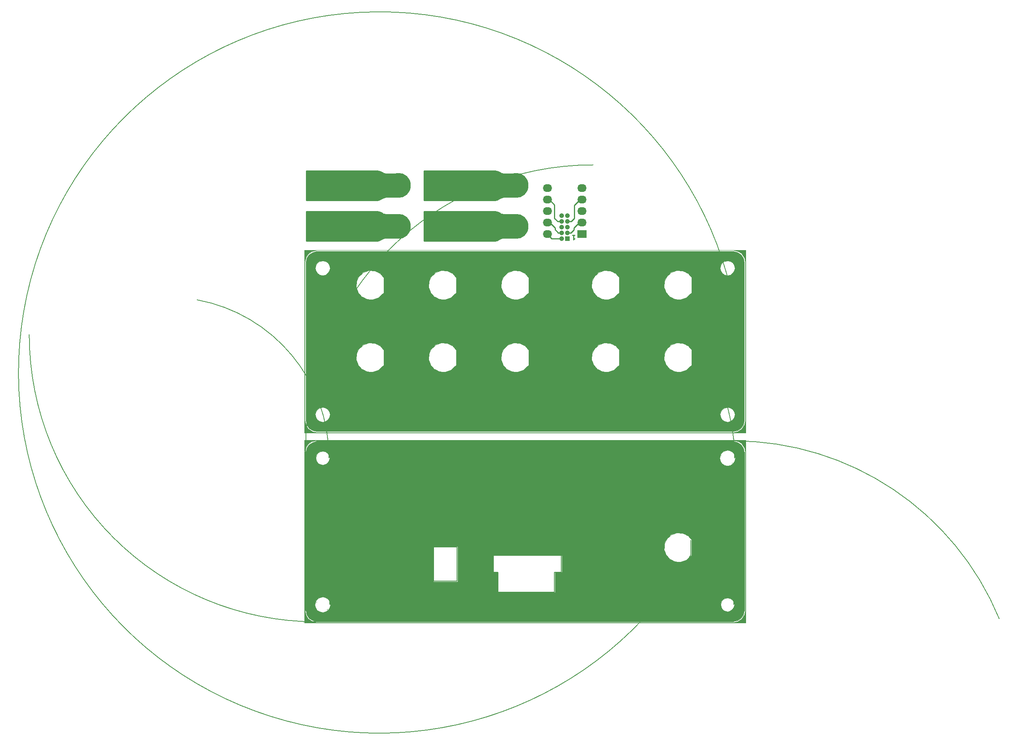
<source format=gtl>
%MOIN*%
%OFA0B0*%
%FSLAX46Y46*%
%IPPOS*%
%LPD*%
%ADD10C,0.0039370078740157488*%
%ADD11C,0.00984251968503937*%
%ADD12O,0.08X0.068*%
%ADD13R,0.08X0.068*%
%ADD14R,0.041338582677165357X0.041338582677165357*%
%ADD15C,0.041338582677165357*%
%ADD26C,0.0039370078740157488*%
%ADD27C,0.005905511811023622*%
%ADD38C,0.0039370078740157488*%
%ADD49C,0.0039370078740157488*%
%ADD50C,0.21653543307086615*%
%ADD51C,0.01*%
%ADD62C,0.0039370078740157488*%
%ADD63C,0.21653543307086615*%
%ADD64C,0.01*%
%ADD75C,0.0039370078740157488*%
%ADD76C,0.21653543307086615*%
%ADD77C,0.01*%
%ADD88C,0.0039370078740157488*%
%ADD89C,0.21653543307086615*%
%ADD90C,0.01*%
%LPD*%
G04 #@! TF.FileFunction,Copper,L1,Top,Signal*
G04 Gerber Fmt 4.6, Leading zero omitted, Abs format (unit mm)*
G04 Created by KiCad (PCBNEW no-bzr-kicad_new3d-viewer) date 13/05/2016 23:43:42*
G01*
G04 APERTURE LIST*
G04 APERTURE END LIST*
D10*
D11*
X0002319500Y0003364266D02*
X0002341998Y0003364266D01*
X0002330749Y0003364266D02*
X0002330749Y0003324896D01*
X0002334499Y0003330520D01*
X0002338248Y0003334270D01*
X0002341998Y0003336145D01*
D12*
X0002105552Y0003375590D03*
X0002105552Y0003475590D03*
X0002105552Y0003575590D03*
X0002105552Y0003675589D03*
X0002105552Y0003775590D03*
D13*
X0002405552Y0003375590D03*
D12*
X0002405552Y0003475590D03*
X0002405552Y0003575590D03*
X0002405552Y0003675589D03*
X0002405552Y0003775590D03*
D14*
X0002278072Y0003334251D03*
D15*
X0002278072Y0003384251D03*
X0002278072Y0003434251D03*
X0002278072Y0003484251D03*
X0002278072Y0003534251D03*
X0002228072Y0003384251D03*
X0002228072Y0003434251D03*
X0002228072Y0003484251D03*
X0002228072Y0003534251D03*
X0002228072Y0003334251D03*
D11*
X0002105552Y0003475590D02*
X0002122875Y0003475590D01*
X0002122875Y0003475590D02*
X0002169332Y0003429133D01*
X0002169332Y0003413761D02*
X0002169332Y0003429133D01*
X0002228072Y0003384251D02*
X0002198841Y0003384251D01*
X0002198841Y0003384251D02*
X0002169332Y0003413761D01*
X0002334686Y0003411810D02*
X0002307127Y0003384251D01*
X0002381143Y0003475590D02*
X0002334686Y0003429133D01*
X0002334686Y0003429133D02*
X0002334686Y0003411810D01*
X0002405552Y0003475590D02*
X0002381143Y0003475590D01*
X0002278072Y0003384251D02*
X0002307127Y0003384251D01*
X0002228072Y0003484251D02*
X0002192954Y0003484251D01*
X0002192954Y0003484251D02*
X0002165395Y0003511810D01*
X0002117521Y0003677165D02*
X0002097836Y0003677165D01*
X0002165395Y0003511810D02*
X0002165395Y0003629291D01*
X0002165395Y0003629291D02*
X0002117521Y0003677165D01*
X0002405552Y0003674802D02*
X0002387442Y0003674802D01*
X0002311064Y0003484251D02*
X0002278072Y0003484251D01*
X0002387442Y0003674802D02*
X0002338623Y0003625983D01*
X0002338623Y0003625983D02*
X0002338623Y0003511810D01*
X0002338623Y0003511810D02*
X0002311064Y0003484251D01*
X0002140749Y0003334251D02*
X0002228072Y0003334251D01*
X0002097836Y0003464566D02*
X0002097836Y0003477165D01*
X0002140749Y0003334251D02*
X0002097836Y0003377165D01*
X0002405552Y0003559054D02*
X0002405552Y0003574802D01*
X0002405552Y0003460628D02*
X0002405552Y0003474802D01*
G04 split*
G04 #@! TF.FileFunction,Copper,L1,Top,Signal*
G04 Gerber Fmt 4.6, Leading zero omitted, Abs format (unit mm)*
G04 Created by KiCad (PCBNEW no-bzr-kicad_new3d-viewer) date 06/27/16 23:25:45*
G01G01*
G04 APERTURE LIST*
G04 APERTURE END LIST*
D26*
D27*
X0001319037Y0000652338D02*
X0001319037Y0000353127D01*
X0001114313Y0000652338D02*
X0001319037Y0000652338D01*
X0001114313Y0000353127D02*
X0001114313Y0000652338D01*
X0001319037Y0000353127D02*
X0001114313Y0000353127D01*
X0002165494Y0000431867D02*
X0002165494Y0000258637D01*
X0002224549Y0000431867D02*
X0002165494Y0000431867D01*
X0002224549Y0000577536D02*
X0002224549Y0000431867D01*
X0001633998Y0000577536D02*
X0002224549Y0000577536D01*
X0001633998Y0000431867D02*
X0001633998Y0000577536D01*
X0001673368Y0000431867D02*
X0001633998Y0000431867D01*
X0001673368Y0000258637D02*
X0001673368Y0000431867D01*
X0002165494Y0000258637D02*
X0001673368Y0000258637D01*
X0000212598Y0000149606D02*
G75*
G03G03X0005399999Y0003800002I-0001600000J0000000000D01X0005399999Y0003800002I-0001600000J0000000000D01*
G01G01*
X0000098425Y0000000000D02*
G75*
G02G02X0000000000Y0002500002I0000000000J0002500000D01X0000000000Y0002500002I0000000000J0002500000D01*
G01G01*
X0003724409Y0000149606D02*
G75*
G03G03X0094599999Y0003800002I-0001400000J0000000000D01X0094599999Y0003800002I-0001400000J0000000000D01*
G01G01*
X0003818897Y0000098425D02*
G75*
G02G02X0094499999Y0000000002I-0002500000J0000000000D01X0094499999Y0000000002I-0002500000J0000000000D01*
G01G01*
X0003732283Y0001425196D02*
G75*
G03G03X0094799999Y0036200002I-0001600000J0000000000D01X0094799999Y0036200002I-0001600000J0000000000D01*
G01G01*
X0003720472Y0001574803D02*
G75*
G02G02X0096999999Y0037500002I0000000000J-0002500000D01X0096999999Y0037500002I0000000000J-0002500000D01*
G01G01*
X0000000000Y0001476378D02*
G75*
G02G02X0002499999Y0040000002I0002500000J0000000000D01X0002499999Y0040000002I0002500000J0000000000D01*
G01G01*
X0000204724Y0001425196D02*
G75*
G03G03X0005199999Y0036200002I-0001400000J0000000000D01X0005199999Y0036200002I-0001400000J0000000000D01*
G01G01*
X0000000000Y0001476378D02*
X0000000000Y0000098425D01*
X0003818897Y0000098425D02*
X0003818897Y0001476378D01*
X0003720472Y0000000000D02*
X0000098425Y0000000000D01*
X0003720472Y0001574803D02*
X0000098425Y0001574803D01*
X0003352720Y0000585253D02*
G75*
G02G02X0085149999Y0018050002I-0002709089J0001584562D01X0085149999Y0018050002I-0002709089J0001584562D01*
G01G01*
X0003352362Y0000710630D02*
X0003352362Y0000584645D01*
D26*
G36*
X-0000007874Y-0000007873D02*
X0003826771Y-0000007873D01*
X0003826771Y0001476378D01*
X0003823818Y0001476378D01*
X0003823818Y0000098425D01*
X0003823724Y0000097949D01*
X0003823724Y0000097465D01*
X0003816231Y0000059799D01*
X0003816231Y0000059799D01*
X0003815497Y0000058025D01*
X0003794161Y0000026094D01*
X0003792803Y0000024736D01*
X0003760872Y0000003400D01*
X0003760872Y0000003400D01*
X0003759832Y0000002969D01*
X0003759098Y0000002665D01*
X0003759098Y0000002665D01*
X0003721432Y-0000004826D01*
X0003720947Y-0000004826D01*
X0003720472Y-0000004921D01*
X0000098425Y-0000004921D01*
X0000097949Y-0000004826D01*
X0000097465Y-0000004826D01*
X0000059799Y0000002665D01*
X0000059799Y0000002665D01*
X0000058025Y0000003400D01*
X0000026093Y0000024736D01*
X0000024736Y0000026094D01*
X0000003400Y0000058025D01*
X0000003400Y0000058025D01*
X0000002665Y0000059799D01*
X-0000004826Y0000097465D01*
X-0000004826Y0000097949D01*
X-0000004921Y0000098425D01*
X-0000004921Y0001476378D01*
X-0000004826Y0001476853D01*
X-0000004826Y0001477338D01*
X0000002665Y0001515002D01*
X0000003400Y0001516777D01*
X0000003400Y0001516777D01*
X0000024736Y0001548709D01*
X0000026093Y0001550066D01*
X0000058025Y0001571401D01*
X0000059799Y0001572137D01*
X0000059799Y0001572137D01*
X0000097465Y0001579629D01*
X0000097949Y0001579629D01*
X0000098425Y0001579723D01*
X0003720472Y0001579723D01*
X0003720947Y0001579629D01*
X0003721432Y0001579629D01*
X0003759098Y0001572137D01*
X0003759832Y0001571833D01*
X0003760872Y0001571401D01*
X0003760872Y0001571401D01*
X0003792803Y0001550066D01*
X0003794161Y0001548709D01*
X0003815497Y0001516777D01*
X0003815497Y0001516777D01*
X0003816231Y0001515002D01*
X0003823724Y0001477338D01*
X0003823724Y0001476853D01*
X0003823818Y0001476378D01*
X0003826771Y0001476378D01*
X0003826771Y0001582677D01*
X-0000007874Y0001582677D01*
X-0000007874Y-0000007873D01*
X-0000007874Y-0000007873D01*
G37*
X-0000007874Y-0000007873D02*
X0003826771Y-0000007873D01*
X0003826771Y0001476378D01*
X0003823818Y0001476378D01*
X0003823818Y0000098425D01*
X0003823724Y0000097949D01*
X0003823724Y0000097465D01*
X0003816231Y0000059799D01*
X0003816231Y0000059799D01*
X0003815497Y0000058025D01*
X0003794161Y0000026094D01*
X0003792803Y0000024736D01*
X0003760872Y0000003400D01*
X0003760872Y0000003400D01*
X0003759832Y0000002969D01*
X0003759098Y0000002665D01*
X0003759098Y0000002665D01*
X0003721432Y-0000004826D01*
X0003720947Y-0000004826D01*
X0003720472Y-0000004921D01*
X0000098425Y-0000004921D01*
X0000097949Y-0000004826D01*
X0000097465Y-0000004826D01*
X0000059799Y0000002665D01*
X0000059799Y0000002665D01*
X0000058025Y0000003400D01*
X0000026093Y0000024736D01*
X0000024736Y0000026094D01*
X0000003400Y0000058025D01*
X0000003400Y0000058025D01*
X0000002665Y0000059799D01*
X-0000004826Y0000097465D01*
X-0000004826Y0000097949D01*
X-0000004921Y0000098425D01*
X-0000004921Y0001476378D01*
X-0000004826Y0001476853D01*
X-0000004826Y0001477338D01*
X0000002665Y0001515002D01*
X0000003400Y0001516777D01*
X0000003400Y0001516777D01*
X0000024736Y0001548709D01*
X0000026093Y0001550066D01*
X0000058025Y0001571401D01*
X0000059799Y0001572137D01*
X0000059799Y0001572137D01*
X0000097465Y0001579629D01*
X0000097949Y0001579629D01*
X0000098425Y0001579723D01*
X0003720472Y0001579723D01*
X0003720947Y0001579629D01*
X0003721432Y0001579629D01*
X0003759098Y0001572137D01*
X0003759832Y0001571833D01*
X0003760872Y0001571401D01*
X0003760872Y0001571401D01*
X0003792803Y0001550066D01*
X0003794161Y0001548709D01*
X0003815497Y0001516777D01*
X0003815497Y0001516777D01*
X0003816231Y0001515002D01*
X0003823724Y0001477338D01*
X0003823724Y0001476853D01*
X0003823818Y0001476378D01*
X0003826771Y0001476378D01*
X0003826771Y0001582677D01*
X-0000007874Y0001582677D01*
X-0000007874Y-0000007873D01*
G36*
X0000062679Y0001562675D02*
X0000032376Y0001542427D01*
X0000012127Y0001512123D01*
X0000004921Y0001475893D01*
X0000004921Y0000098909D01*
X0000012127Y0000062679D01*
X0000032376Y0000032376D01*
X0000062679Y0000012127D01*
X0000098909Y0000004921D01*
X0003719986Y0000004921D01*
X0003756217Y0000012127D01*
X0003786521Y0000032376D01*
X0003806769Y0000062679D01*
X0003813976Y0000098909D01*
X0003813976Y0000149606D01*
X0003729330Y0000149606D01*
X0003724760Y0000126628D01*
X0003711745Y0000107152D01*
X0003692266Y0000094137D01*
X0003669291Y0000089567D01*
X0003646315Y0000094137D01*
X0003638611Y0000099284D01*
X0003626908Y0000106598D01*
X0003626224Y0000107325D01*
X0003624016Y0000111373D01*
X0003613822Y0000126628D01*
X0003609251Y0000149606D01*
X0000217519Y0000149606D01*
X0000212350Y0000123617D01*
X0000197628Y0000101584D01*
X0000175595Y0000086862D01*
X0000149606Y0000081692D01*
X0000123615Y0000086862D01*
X0000101584Y0000101584D01*
X0000086862Y0000123617D01*
X0000081692Y0000149606D01*
X0000086862Y0000175595D01*
X0000101584Y0000197628D01*
X0000123615Y0000212350D01*
X0000149606Y0000217519D01*
X0000175595Y0000212350D01*
X0000197628Y0000197628D01*
X0000212350Y0000175595D01*
X0000217519Y0000149606D01*
X0003609251Y0000149606D01*
X0003613822Y0000172582D01*
X0003623773Y0000187475D01*
X0003626230Y0000191900D01*
X0003627010Y0000192673D01*
X0003631058Y0000194881D01*
X0003646315Y0000205075D01*
X0003669291Y0000209645D01*
X0003692266Y0000205075D01*
X0003711745Y0000192060D01*
X0003720634Y0000178757D01*
X0003723994Y0000174436D01*
X0003724377Y0000173580D01*
X0003724483Y0000172996D01*
X0003724760Y0000172582D01*
X0003729330Y0000149606D01*
X0003813976Y0000149606D01*
X0003813976Y0000584307D01*
X0003357549Y0000584307D01*
X0003356819Y0000582531D01*
X0003349038Y0000570813D01*
X0003348599Y0000570371D01*
X0003348225Y0000569873D01*
X0003312341Y0000537675D01*
X0003310688Y0000536696D01*
X0003310688Y0000536696D01*
X0003265215Y0000520682D01*
X0003263315Y0000520410D01*
X0003237776Y0000521792D01*
X0003236407Y0000521661D01*
X0003235814Y0000521695D01*
X0003234514Y0000521969D01*
X0003215174Y0000523016D01*
X0003215174Y0000523016D01*
X0003213313Y0000523491D01*
X0003202366Y0000528737D01*
X0003198413Y0000529569D01*
X0003197749Y0000529843D01*
X0003191163Y0000534105D01*
X0003169834Y0000544323D01*
X0003168298Y0000545475D01*
X0003139530Y0000577536D01*
X0002229470Y0000577536D01*
X0002229470Y0000431867D01*
X0002229095Y0000429983D01*
X0002228029Y0000428387D01*
X0002226432Y0000427319D01*
X0002224549Y0000426945D01*
X0002170415Y0000426945D01*
X0002170415Y0000258637D01*
X0002170040Y0000256755D01*
X0002168973Y0000255158D01*
X0002167377Y0000254091D01*
X0002165494Y0000253717D01*
X0001673368Y0000253717D01*
X0001671484Y0000254091D01*
X0001669888Y0000255158D01*
X0001668821Y0000256755D01*
X0001668446Y0000258637D01*
X0001668446Y0000426945D01*
X0001633998Y0000426945D01*
X0001632114Y0000427319D01*
X0001630518Y0000428387D01*
X0001629451Y0000429983D01*
X0001629076Y0000431867D01*
X0001629076Y0000577536D01*
X0001629451Y0000579419D01*
X0001630518Y0000581016D01*
X0001632114Y0000582083D01*
X0001633998Y0000582457D01*
X0002224549Y0000582457D01*
X0002226432Y0000582083D01*
X0002228029Y0000581016D01*
X0002229095Y0000579419D01*
X0002229470Y0000577536D01*
X0003139530Y0000577536D01*
X0003136100Y0000581359D01*
X0003135121Y0000583011D01*
X0003135121Y0000583011D01*
X0003127359Y0000605051D01*
X0003126192Y0000607387D01*
X0003126009Y0000607944D01*
X0003125714Y0000609724D01*
X0003119107Y0000628485D01*
X0003118835Y0000630385D01*
X0003118835Y0000630385D01*
X0003120023Y0000652338D01*
X0001323958Y0000652338D01*
X0001323958Y0000353127D01*
X0001323584Y0000351243D01*
X0001322517Y0000349647D01*
X0001320920Y0000348580D01*
X0001319037Y0000348205D01*
X0001114313Y0000348205D01*
X0001112429Y0000348580D01*
X0001110833Y0000349647D01*
X0001109766Y0000351243D01*
X0001109391Y0000353127D01*
X0001109391Y0000652338D01*
X0001109766Y0000654222D01*
X0001110833Y0000655819D01*
X0001112429Y0000656886D01*
X0001114313Y0000657260D01*
X0001319037Y0000657260D01*
X0001320920Y0000656886D01*
X0001322517Y0000655819D01*
X0001323584Y0000654222D01*
X0001323958Y0000652338D01*
X0003120023Y0000652338D01*
X0003121441Y0000678526D01*
X0003121917Y0000680385D01*
X0003142747Y0000723865D01*
X0003143900Y0000725402D01*
X0003179784Y0000757600D01*
X0003181436Y0000758578D01*
X0003226910Y0000774592D01*
X0003228810Y0000774865D01*
X0003276951Y0000772258D01*
X0003278812Y0000771783D01*
X0003302641Y0000760366D01*
X0003309735Y0000757752D01*
X0003310394Y0000757348D01*
X0003311942Y0000755909D01*
X0003322290Y0000750952D01*
X0003323827Y0000749800D01*
X0003356025Y0000713916D01*
X0003356448Y0000713202D01*
X0003356908Y0000712513D01*
X0003356935Y0000712380D01*
X0003357003Y0000712264D01*
X0003357121Y0000711443D01*
X0003357283Y0000710630D01*
X0003357283Y0000586851D01*
X0003357543Y0000586227D01*
X0003357549Y0000584307D01*
X0003813976Y0000584307D01*
X0003813976Y0001425196D01*
X0003737204Y0001425196D01*
X0003732035Y0001399207D01*
X0003717313Y0001377174D01*
X0003695280Y0001362453D01*
X0003669291Y0001357283D01*
X0003643301Y0001362453D01*
X0003621269Y0001377174D01*
X0003606547Y0001399207D01*
X0003601377Y0001425196D01*
X0000209645Y0001425196D01*
X0000205075Y0001402220D01*
X0000192060Y0001382742D01*
X0000172582Y0001369727D01*
X0000149606Y0001365157D01*
X0000126628Y0001369727D01*
X0000118926Y0001374875D01*
X0000107224Y0001382189D01*
X0000106539Y0001382915D01*
X0000104331Y0001386964D01*
X0000094137Y0001402220D01*
X0000089566Y0001425196D01*
X0000094137Y0001448172D01*
X0000104088Y0001463065D01*
X0000106546Y0001467491D01*
X0000107325Y0001468263D01*
X0000111373Y0001470472D01*
X0000126628Y0001480666D01*
X0000149606Y0001485236D01*
X0000172582Y0001480666D01*
X0000192060Y0001467650D01*
X0000200949Y0001454347D01*
X0000204309Y0001450027D01*
X0000204692Y0001449171D01*
X0000204798Y0001448586D01*
X0000205075Y0001448172D01*
X0000209645Y0001425196D01*
X0003601377Y0001425196D01*
X0003606547Y0001451186D01*
X0003621269Y0001473218D01*
X0003643301Y0001487940D01*
X0003669291Y0001493110D01*
X0003695280Y0001487940D01*
X0003717313Y0001473218D01*
X0003732035Y0001451186D01*
X0003737204Y0001425196D01*
X0003813976Y0001425196D01*
X0003813976Y0001475893D01*
X0003806769Y0001512123D01*
X0003786521Y0001542427D01*
X0003756217Y0001562675D01*
X0003719986Y0001569881D01*
X0000098909Y0001569881D01*
X0000062679Y0001562675D01*
X0000062679Y0001562675D01*
G37*
X0000062679Y0001562675D02*
X0000032376Y0001542427D01*
X0000012127Y0001512123D01*
X0000004921Y0001475893D01*
X0000004921Y0000098909D01*
X0000012127Y0000062679D01*
X0000032376Y0000032376D01*
X0000062679Y0000012127D01*
X0000098909Y0000004921D01*
X0003719986Y0000004921D01*
X0003756217Y0000012127D01*
X0003786521Y0000032376D01*
X0003806769Y0000062679D01*
X0003813976Y0000098909D01*
X0003813976Y0000149606D01*
X0003729330Y0000149606D01*
X0003724760Y0000126628D01*
X0003711745Y0000107152D01*
X0003692266Y0000094137D01*
X0003669291Y0000089567D01*
X0003646315Y0000094137D01*
X0003638611Y0000099284D01*
X0003626908Y0000106598D01*
X0003626224Y0000107325D01*
X0003624016Y0000111373D01*
X0003613822Y0000126628D01*
X0003609251Y0000149606D01*
X0000217519Y0000149606D01*
X0000212350Y0000123617D01*
X0000197628Y0000101584D01*
X0000175595Y0000086862D01*
X0000149606Y0000081692D01*
X0000123615Y0000086862D01*
X0000101584Y0000101584D01*
X0000086862Y0000123617D01*
X0000081692Y0000149606D01*
X0000086862Y0000175595D01*
X0000101584Y0000197628D01*
X0000123615Y0000212350D01*
X0000149606Y0000217519D01*
X0000175595Y0000212350D01*
X0000197628Y0000197628D01*
X0000212350Y0000175595D01*
X0000217519Y0000149606D01*
X0003609251Y0000149606D01*
X0003613822Y0000172582D01*
X0003623773Y0000187475D01*
X0003626230Y0000191900D01*
X0003627010Y0000192673D01*
X0003631058Y0000194881D01*
X0003646315Y0000205075D01*
X0003669291Y0000209645D01*
X0003692266Y0000205075D01*
X0003711745Y0000192060D01*
X0003720634Y0000178757D01*
X0003723994Y0000174436D01*
X0003724377Y0000173580D01*
X0003724483Y0000172996D01*
X0003724760Y0000172582D01*
X0003729330Y0000149606D01*
X0003813976Y0000149606D01*
X0003813976Y0000584307D01*
X0003357549Y0000584307D01*
X0003356819Y0000582531D01*
X0003349038Y0000570813D01*
X0003348599Y0000570371D01*
X0003348225Y0000569873D01*
X0003312341Y0000537675D01*
X0003310688Y0000536696D01*
X0003310688Y0000536696D01*
X0003265215Y0000520682D01*
X0003263315Y0000520410D01*
X0003237776Y0000521792D01*
X0003236407Y0000521661D01*
X0003235814Y0000521695D01*
X0003234514Y0000521969D01*
X0003215174Y0000523016D01*
X0003215174Y0000523016D01*
X0003213313Y0000523491D01*
X0003202366Y0000528737D01*
X0003198413Y0000529569D01*
X0003197749Y0000529843D01*
X0003191163Y0000534105D01*
X0003169834Y0000544323D01*
X0003168298Y0000545475D01*
X0003139530Y0000577536D01*
X0002229470Y0000577536D01*
X0002229470Y0000431867D01*
X0002229095Y0000429983D01*
X0002228029Y0000428387D01*
X0002226432Y0000427319D01*
X0002224549Y0000426945D01*
X0002170415Y0000426945D01*
X0002170415Y0000258637D01*
X0002170040Y0000256755D01*
X0002168973Y0000255158D01*
X0002167377Y0000254091D01*
X0002165494Y0000253717D01*
X0001673368Y0000253717D01*
X0001671484Y0000254091D01*
X0001669888Y0000255158D01*
X0001668821Y0000256755D01*
X0001668446Y0000258637D01*
X0001668446Y0000426945D01*
X0001633998Y0000426945D01*
X0001632114Y0000427319D01*
X0001630518Y0000428387D01*
X0001629451Y0000429983D01*
X0001629076Y0000431867D01*
X0001629076Y0000577536D01*
X0001629451Y0000579419D01*
X0001630518Y0000581016D01*
X0001632114Y0000582083D01*
X0001633998Y0000582457D01*
X0002224549Y0000582457D01*
X0002226432Y0000582083D01*
X0002228029Y0000581016D01*
X0002229095Y0000579419D01*
X0002229470Y0000577536D01*
X0003139530Y0000577536D01*
X0003136100Y0000581359D01*
X0003135121Y0000583011D01*
X0003135121Y0000583011D01*
X0003127359Y0000605051D01*
X0003126192Y0000607387D01*
X0003126009Y0000607944D01*
X0003125714Y0000609724D01*
X0003119107Y0000628485D01*
X0003118835Y0000630385D01*
X0003118835Y0000630385D01*
X0003120023Y0000652338D01*
X0001323958Y0000652338D01*
X0001323958Y0000353127D01*
X0001323584Y0000351243D01*
X0001322517Y0000349647D01*
X0001320920Y0000348580D01*
X0001319037Y0000348205D01*
X0001114313Y0000348205D01*
X0001112429Y0000348580D01*
X0001110833Y0000349647D01*
X0001109766Y0000351243D01*
X0001109391Y0000353127D01*
X0001109391Y0000652338D01*
X0001109766Y0000654222D01*
X0001110833Y0000655819D01*
X0001112429Y0000656886D01*
X0001114313Y0000657260D01*
X0001319037Y0000657260D01*
X0001320920Y0000656886D01*
X0001322517Y0000655819D01*
X0001323584Y0000654222D01*
X0001323958Y0000652338D01*
X0003120023Y0000652338D01*
X0003121441Y0000678526D01*
X0003121917Y0000680385D01*
X0003142747Y0000723865D01*
X0003143900Y0000725402D01*
X0003179784Y0000757600D01*
X0003181436Y0000758578D01*
X0003226910Y0000774592D01*
X0003228810Y0000774865D01*
X0003276951Y0000772258D01*
X0003278812Y0000771783D01*
X0003302641Y0000760366D01*
X0003309735Y0000757752D01*
X0003310394Y0000757348D01*
X0003311942Y0000755909D01*
X0003322290Y0000750952D01*
X0003323827Y0000749800D01*
X0003356025Y0000713916D01*
X0003356448Y0000713202D01*
X0003356908Y0000712513D01*
X0003356935Y0000712380D01*
X0003357003Y0000712264D01*
X0003357121Y0000711443D01*
X0003357283Y0000710630D01*
X0003357283Y0000586851D01*
X0003357543Y0000586227D01*
X0003357549Y0000584307D01*
X0003813976Y0000584307D01*
X0003813976Y0001425196D01*
X0003737204Y0001425196D01*
X0003732035Y0001399207D01*
X0003717313Y0001377174D01*
X0003695280Y0001362453D01*
X0003669291Y0001357283D01*
X0003643301Y0001362453D01*
X0003621269Y0001377174D01*
X0003606547Y0001399207D01*
X0003601377Y0001425196D01*
X0000209645Y0001425196D01*
X0000205075Y0001402220D01*
X0000192060Y0001382742D01*
X0000172582Y0001369727D01*
X0000149606Y0001365157D01*
X0000126628Y0001369727D01*
X0000118926Y0001374875D01*
X0000107224Y0001382189D01*
X0000106539Y0001382915D01*
X0000104331Y0001386964D01*
X0000094137Y0001402220D01*
X0000089566Y0001425196D01*
X0000094137Y0001448172D01*
X0000104088Y0001463065D01*
X0000106546Y0001467491D01*
X0000107325Y0001468263D01*
X0000111373Y0001470472D01*
X0000126628Y0001480666D01*
X0000149606Y0001485236D01*
X0000172582Y0001480666D01*
X0000192060Y0001467650D01*
X0000200949Y0001454347D01*
X0000204309Y0001450027D01*
X0000204692Y0001449171D01*
X0000204798Y0001448586D01*
X0000205075Y0001448172D01*
X0000209645Y0001425196D01*
X0003601377Y0001425196D01*
X0003606547Y0001451186D01*
X0003621269Y0001473218D01*
X0003643301Y0001487940D01*
X0003669291Y0001493110D01*
X0003695280Y0001487940D01*
X0003717313Y0001473218D01*
X0003732035Y0001451186D01*
X0003737204Y0001425196D01*
X0003813976Y0001425196D01*
X0003813976Y0001475893D01*
X0003806769Y0001512123D01*
X0003786521Y0001542427D01*
X0003756217Y0001562675D01*
X0003719986Y0001569881D01*
X0000098909Y0001569881D01*
X0000062679Y0001562675D01*
G36*
X0000186784Y0000105948D02*
X0000190667Y0000108544D01*
X0000191960Y0000110478D01*
X0000186784Y0000105948D01*
X0000186784Y0000105948D01*
G37*
X0000186784Y0000105948D02*
X0000190667Y0000108544D01*
X0000191960Y0000110478D01*
X0000186784Y0000105948D01*
G36*
X0000095955Y0000171828D02*
X0000095828Y0000171187D01*
X0000096035Y0000171947D01*
X0000095955Y0000171828D01*
X0000095955Y0000171828D01*
G37*
X0000095955Y0000171828D02*
X0000095828Y0000171187D01*
X0000096035Y0000171947D01*
X0000095955Y0000171828D01*
G36*
X0003706469Y0001381539D02*
X0003710353Y0001384134D01*
X0003711645Y0001386068D01*
X0003706469Y0001381539D01*
X0003706469Y0001381539D01*
G37*
X0003706469Y0001381539D02*
X0003710353Y0001384134D01*
X0003711645Y0001386068D01*
X0003706469Y0001381539D01*
G36*
X0003615640Y0001447417D02*
X0003615513Y0001446778D01*
X0003615720Y0001447539D01*
X0003615640Y0001447417D01*
X0003615640Y0001447417D01*
G37*
X0003615640Y0001447417D02*
X0003615513Y0001446778D01*
X0003615720Y0001447539D01*
X0003615640Y0001447417D01*
G04 split*
G04 #@! TF.FileFunction,Copper,L1,Top,Signal*
G04 Gerber Fmt 4.6, Leading zero omitted, Abs format (unit mm)*
G04 Created by KiCad (PCBNEW no-bzr-kicad_new3d-viewer) date 06/27/16 23:32:51*
G01G01G01G01*
G04 APERTURE LIST*
G04 APERTURE END LIST*
D38*
G36*
X-0000007874Y0001645668D02*
X0003826771Y0001645668D01*
X0003826771Y0003129921D01*
X0003823818Y0003129921D01*
X0003823818Y0001751968D01*
X0003823724Y0001751493D01*
X0003823724Y0001751008D01*
X0003816231Y0001713342D01*
X0003816231Y0001713342D01*
X0003815497Y0001711568D01*
X0003794161Y0001679636D01*
X0003792803Y0001678279D01*
X0003760872Y0001656943D01*
X0003760872Y0001656943D01*
X0003759832Y0001656513D01*
X0003759098Y0001656208D01*
X0003759098Y0001656208D01*
X0003721432Y0001648716D01*
X0003720947Y0001648716D01*
X0003720472Y0001648622D01*
X0000098425Y0001648622D01*
X0000097949Y0001648716D01*
X0000097465Y0001648716D01*
X0000059799Y0001656208D01*
X0000059799Y0001656208D01*
X0000058025Y0001656943D01*
X0000026093Y0001678279D01*
X0000024736Y0001679636D01*
X0000003400Y0001711568D01*
X0000003400Y0001711568D01*
X0000002665Y0001713342D01*
X-0000004826Y0001751008D01*
X-0000004826Y0001751493D01*
X-0000004921Y0001751968D01*
X-0000004921Y0003129921D01*
X-0000004826Y0003130396D01*
X-0000004826Y0003130881D01*
X0000002665Y0003168547D01*
X0000003400Y0003170321D01*
X0000003400Y0003170321D01*
X0000024736Y0003202251D01*
X0000026093Y0003203610D01*
X0000058025Y0003224946D01*
X0000059799Y0003225681D01*
X0000059799Y0003225681D01*
X0000097465Y0003233173D01*
X0000097949Y0003233173D01*
X0000098425Y0003233267D01*
X0003720472Y0003233267D01*
X0003720947Y0003233173D01*
X0003721432Y0003233173D01*
X0003759098Y0003225681D01*
X0003759832Y0003225376D01*
X0003760872Y0003224946D01*
X0003760872Y0003224946D01*
X0003792803Y0003203610D01*
X0003794161Y0003202251D01*
X0003815497Y0003170321D01*
X0003815497Y0003170321D01*
X0003816231Y0003168547D01*
X0003823724Y0003130881D01*
X0003823724Y0003130396D01*
X0003823818Y0003129921D01*
X0003826771Y0003129921D01*
X0003826771Y0003236220D01*
X-0000007874Y0003236220D01*
X-0000007874Y0001645668D01*
X-0000007874Y0001645668D01*
G37*
X-0000007874Y0001645668D02*
X0003826771Y0001645668D01*
X0003826771Y0003129921D01*
X0003823818Y0003129921D01*
X0003823818Y0001751968D01*
X0003823724Y0001751493D01*
X0003823724Y0001751008D01*
X0003816231Y0001713342D01*
X0003816231Y0001713342D01*
X0003815497Y0001711568D01*
X0003794161Y0001679636D01*
X0003792803Y0001678279D01*
X0003760872Y0001656943D01*
X0003760872Y0001656943D01*
X0003759832Y0001656513D01*
X0003759098Y0001656208D01*
X0003759098Y0001656208D01*
X0003721432Y0001648716D01*
X0003720947Y0001648716D01*
X0003720472Y0001648622D01*
X0000098425Y0001648622D01*
X0000097949Y0001648716D01*
X0000097465Y0001648716D01*
X0000059799Y0001656208D01*
X0000059799Y0001656208D01*
X0000058025Y0001656943D01*
X0000026093Y0001678279D01*
X0000024736Y0001679636D01*
X0000003400Y0001711568D01*
X0000003400Y0001711568D01*
X0000002665Y0001713342D01*
X-0000004826Y0001751008D01*
X-0000004826Y0001751493D01*
X-0000004921Y0001751968D01*
X-0000004921Y0003129921D01*
X-0000004826Y0003130396D01*
X-0000004826Y0003130881D01*
X0000002665Y0003168547D01*
X0000003400Y0003170321D01*
X0000003400Y0003170321D01*
X0000024736Y0003202251D01*
X0000026093Y0003203610D01*
X0000058025Y0003224946D01*
X0000059799Y0003225681D01*
X0000059799Y0003225681D01*
X0000097465Y0003233173D01*
X0000097949Y0003233173D01*
X0000098425Y0003233267D01*
X0003720472Y0003233267D01*
X0003720947Y0003233173D01*
X0003721432Y0003233173D01*
X0003759098Y0003225681D01*
X0003759832Y0003225376D01*
X0003760872Y0003224946D01*
X0003760872Y0003224946D01*
X0003792803Y0003203610D01*
X0003794161Y0003202251D01*
X0003815497Y0003170321D01*
X0003815497Y0003170321D01*
X0003816231Y0003168547D01*
X0003823724Y0003130881D01*
X0003823724Y0003130396D01*
X0003823818Y0003129921D01*
X0003826771Y0003129921D01*
X0003826771Y0003236220D01*
X-0000007874Y0003236220D01*
X-0000007874Y0001645668D01*
G36*
X0000062679Y0003216218D02*
X0000032376Y0003195970D01*
X0000012127Y0003165666D01*
X0000004921Y0003129436D01*
X0000004921Y0001752453D01*
X0000012127Y0001716222D01*
X0000032376Y0001685919D01*
X0000062679Y0001665671D01*
X0000098909Y0001658464D01*
X0003719986Y0001658464D01*
X0003756217Y0001665671D01*
X0003786521Y0001685919D01*
X0003806769Y0001716222D01*
X0003813976Y0001752453D01*
X0003813976Y0001803149D01*
X0003733267Y0001803149D01*
X0003728397Y0001778666D01*
X0003714529Y0001757911D01*
X0003693773Y0001744043D01*
X0003669291Y0001739173D01*
X0003644808Y0001744043D01*
X0003624053Y0001757911D01*
X0003610184Y0001778666D01*
X0003605314Y0001803149D01*
X0000213582Y0001803149D01*
X0000208712Y0001778666D01*
X0000194844Y0001757911D01*
X0000174088Y0001744043D01*
X0000149606Y0001739173D01*
X0000125123Y0001744043D01*
X0000104368Y0001757911D01*
X0000090498Y0001778666D01*
X0000085629Y0001803149D01*
X0000090498Y0001827632D01*
X0000104368Y0001848387D01*
X0000125123Y0001862256D01*
X0000149606Y0001867126D01*
X0000174088Y0001862256D01*
X0000194844Y0001848387D01*
X0000208712Y0001827632D01*
X0000213582Y0001803149D01*
X0003605314Y0001803149D01*
X0003610184Y0001827632D01*
X0003624053Y0001848387D01*
X0003644808Y0001862256D01*
X0003669291Y0001867126D01*
X0003693773Y0001862256D01*
X0003714529Y0001848387D01*
X0003728397Y0001827632D01*
X0003733267Y0001803149D01*
X0003813976Y0001803149D01*
X0003813976Y0002237850D01*
X0003357549Y0002237850D01*
X0003356819Y0002236074D01*
X0003349038Y0002224357D01*
X0003348599Y0002223915D01*
X0003348225Y0002223416D01*
X0003312341Y0002191219D01*
X0003310688Y0002190240D01*
X0003310688Y0002190240D01*
X0003265215Y0002174225D01*
X0003263315Y0002173953D01*
X0003237776Y0002175336D01*
X0003236407Y0002175205D01*
X0003235814Y0002175239D01*
X0003234514Y0002175512D01*
X0003215174Y0002176560D01*
X0003215174Y0002176560D01*
X0003213313Y0002177035D01*
X0003202366Y0002182280D01*
X0003198413Y0002183113D01*
X0003197749Y0002183386D01*
X0003191163Y0002187648D01*
X0003169834Y0002197866D01*
X0003168298Y0002199018D01*
X0003136100Y0002234902D01*
X0003135121Y0002236554D01*
X0003135121Y0002236554D01*
X0003134665Y0002237850D01*
X0002727628Y0002237850D01*
X0002726898Y0002236074D01*
X0002719117Y0002224357D01*
X0002718677Y0002223915D01*
X0002718304Y0002223416D01*
X0002682420Y0002191219D01*
X0002680768Y0002190240D01*
X0002680768Y0002190240D01*
X0002635294Y0002174225D01*
X0002633393Y0002173953D01*
X0002607855Y0002175336D01*
X0002606485Y0002175205D01*
X0002605893Y0002175239D01*
X0002604593Y0002175512D01*
X0002585252Y0002176560D01*
X0002585252Y0002176560D01*
X0002583392Y0002177035D01*
X0002572445Y0002182280D01*
X0002568491Y0002183113D01*
X0002567828Y0002183386D01*
X0002561241Y0002187648D01*
X0002539913Y0002197866D01*
X0002538377Y0002199018D01*
X0002506179Y0002234902D01*
X0002505200Y0002236554D01*
X0002505200Y0002236554D01*
X0002504744Y0002237850D01*
X0001940226Y0002237850D01*
X0001939496Y0002236074D01*
X0001931715Y0002224357D01*
X0001931276Y0002223915D01*
X0001930902Y0002223416D01*
X0001895018Y0002191219D01*
X0001893365Y0002190240D01*
X0001893365Y0002190240D01*
X0001847892Y0002174225D01*
X0001845991Y0002173953D01*
X0001820453Y0002175336D01*
X0001819084Y0002175205D01*
X0001818492Y0002175239D01*
X0001817190Y0002175512D01*
X0001797851Y0002176560D01*
X0001797851Y0002176560D01*
X0001795991Y0002177035D01*
X0001785043Y0002182280D01*
X0001781090Y0002183113D01*
X0001780425Y0002183386D01*
X0001773839Y0002187648D01*
X0001752512Y0002197866D01*
X0001750975Y0002199018D01*
X0001718777Y0002234902D01*
X0001717799Y0002236554D01*
X0001717799Y0002236554D01*
X0001717342Y0002237850D01*
X0001310305Y0002237850D01*
X0001309575Y0002236074D01*
X0001301794Y0002224357D01*
X0001301355Y0002223915D01*
X0001300981Y0002223416D01*
X0001265097Y0002191219D01*
X0001263445Y0002190240D01*
X0001263445Y0002190240D01*
X0001217971Y0002174225D01*
X0001216070Y0002173953D01*
X0001190532Y0002175336D01*
X0001189162Y0002175205D01*
X0001188570Y0002175239D01*
X0001187270Y0002175512D01*
X0001167930Y0002176560D01*
X0001167930Y0002176560D01*
X0001166069Y0002177035D01*
X0001155122Y0002182280D01*
X0001151169Y0002183113D01*
X0001150505Y0002183386D01*
X0001143918Y0002187648D01*
X0001122590Y0002197866D01*
X0001121054Y0002199018D01*
X0001088856Y0002234902D01*
X0001087877Y0002236554D01*
X0001087877Y0002236554D01*
X0001087421Y0002237850D01*
X0000680384Y0002237850D01*
X0000679654Y0002236074D01*
X0000671873Y0002224357D01*
X0000671433Y0002223915D01*
X0000671060Y0002223416D01*
X0000635175Y0002191219D01*
X0000633524Y0002190240D01*
X0000633524Y0002190240D01*
X0000588050Y0002174225D01*
X0000586149Y0002173953D01*
X0000560611Y0002175336D01*
X0000559241Y0002175205D01*
X0000558649Y0002175239D01*
X0000557349Y0002175512D01*
X0000538008Y0002176560D01*
X0000538008Y0002176560D01*
X0000536148Y0002177035D01*
X0000525200Y0002182280D01*
X0000521247Y0002183113D01*
X0000520584Y0002183386D01*
X0000513997Y0002187648D01*
X0000492669Y0002197866D01*
X0000491133Y0002199018D01*
X0000458935Y0002234902D01*
X0000457956Y0002236554D01*
X0000457956Y0002236554D01*
X0000450193Y0002258595D01*
X0000449026Y0002260930D01*
X0000448845Y0002261487D01*
X0000448548Y0002263267D01*
X0000441942Y0002282028D01*
X0000441669Y0002283929D01*
X0000441669Y0002283929D01*
X0000444276Y0002332069D01*
X0000444752Y0002333930D01*
X0000465582Y0002377409D01*
X0000466734Y0002378945D01*
X0000502618Y0002411143D01*
X0000504270Y0002412122D01*
X0000549744Y0002428136D01*
X0000551645Y0002428408D01*
X0000599786Y0002425802D01*
X0000601646Y0002425326D01*
X0000625475Y0002413909D01*
X0000632570Y0002411295D01*
X0000633229Y0002410891D01*
X0000634778Y0002409452D01*
X0000645125Y0002404495D01*
X0000646662Y0002403343D01*
X0000678859Y0002367459D01*
X0000679282Y0002366746D01*
X0000679743Y0002366056D01*
X0000679769Y0002365924D01*
X0000679838Y0002365807D01*
X0000679956Y0002364986D01*
X0000680118Y0002364173D01*
X0000680118Y0002240394D01*
X0000680378Y0002239770D01*
X0000680384Y0002237850D01*
X0001087421Y0002237850D01*
X0001080115Y0002258595D01*
X0001078947Y0002260930D01*
X0001078766Y0002261487D01*
X0001078470Y0002263267D01*
X0001071863Y0002282028D01*
X0001071591Y0002283929D01*
X0001071591Y0002283929D01*
X0001074197Y0002332069D01*
X0001074673Y0002333930D01*
X0001095504Y0002377409D01*
X0001096656Y0002378945D01*
X0001132540Y0002411143D01*
X0001134191Y0002412122D01*
X0001179665Y0002428136D01*
X0001181566Y0002428408D01*
X0001229707Y0002425802D01*
X0001231567Y0002425326D01*
X0001255397Y0002413909D01*
X0001262490Y0002411295D01*
X0001263150Y0002410891D01*
X0001264699Y0002409452D01*
X0001275046Y0002404495D01*
X0001276583Y0002403343D01*
X0001308780Y0002367459D01*
X0001309203Y0002366746D01*
X0001309664Y0002366056D01*
X0001309691Y0002365924D01*
X0001309759Y0002365807D01*
X0001309877Y0002364986D01*
X0001310039Y0002364173D01*
X0001310039Y0002240394D01*
X0001310299Y0002239770D01*
X0001310305Y0002237850D01*
X0001717342Y0002237850D01*
X0001710036Y0002258595D01*
X0001708869Y0002260930D01*
X0001708688Y0002261487D01*
X0001708389Y0002263267D01*
X0001701784Y0002282028D01*
X0001701512Y0002283929D01*
X0001701512Y0002283929D01*
X0001704118Y0002332069D01*
X0001704594Y0002333930D01*
X0001725425Y0002377409D01*
X0001726576Y0002378945D01*
X0001762461Y0002411143D01*
X0001764112Y0002412122D01*
X0001809587Y0002428136D01*
X0001811486Y0002428408D01*
X0001859628Y0002425802D01*
X0001861489Y0002425326D01*
X0001885318Y0002413909D01*
X0001892412Y0002411295D01*
X0001893071Y0002410891D01*
X0001894620Y0002409452D01*
X0001904968Y0002404495D01*
X0001906504Y0002403343D01*
X0001938702Y0002367459D01*
X0001939125Y0002366746D01*
X0001939585Y0002366056D01*
X0001939612Y0002365924D01*
X0001939681Y0002365807D01*
X0001939798Y0002364986D01*
X0001939960Y0002364173D01*
X0001939960Y0002240394D01*
X0001940221Y0002239770D01*
X0001940226Y0002237850D01*
X0002504744Y0002237850D01*
X0002497438Y0002258595D01*
X0002496270Y0002260930D01*
X0002496089Y0002261487D01*
X0002495792Y0002263267D01*
X0002489186Y0002282028D01*
X0002488913Y0002283929D01*
X0002488913Y0002283929D01*
X0002491520Y0002332069D01*
X0002491996Y0002333930D01*
X0002512827Y0002377409D01*
X0002513978Y0002378945D01*
X0002549862Y0002411143D01*
X0002551514Y0002412122D01*
X0002596988Y0002428136D01*
X0002598889Y0002428408D01*
X0002647030Y0002425802D01*
X0002648890Y0002425326D01*
X0002672719Y0002413909D01*
X0002679813Y0002411295D01*
X0002680473Y0002410891D01*
X0002682022Y0002409452D01*
X0002692369Y0002404495D01*
X0002693906Y0002403343D01*
X0002726103Y0002367459D01*
X0002726526Y0002366746D01*
X0002726987Y0002366056D01*
X0002727013Y0002365924D01*
X0002727082Y0002365807D01*
X0002727200Y0002364986D01*
X0002727362Y0002364173D01*
X0002727362Y0002240394D01*
X0002727622Y0002239770D01*
X0002727628Y0002237850D01*
X0003134665Y0002237850D01*
X0003127359Y0002258595D01*
X0003126192Y0002260930D01*
X0003126009Y0002261487D01*
X0003125714Y0002263267D01*
X0003119107Y0002282028D01*
X0003118835Y0002283929D01*
X0003118835Y0002283929D01*
X0003121441Y0002332069D01*
X0003121917Y0002333930D01*
X0003142747Y0002377409D01*
X0003143900Y0002378945D01*
X0003179784Y0002411143D01*
X0003181436Y0002412122D01*
X0003226910Y0002428136D01*
X0003228810Y0002428408D01*
X0003276951Y0002425802D01*
X0003278811Y0002425326D01*
X0003302641Y0002413909D01*
X0003309735Y0002411295D01*
X0003310394Y0002410891D01*
X0003311942Y0002409452D01*
X0003322290Y0002404495D01*
X0003323827Y0002403343D01*
X0003356025Y0002367459D01*
X0003356448Y0002366746D01*
X0003356908Y0002366056D01*
X0003356935Y0002365924D01*
X0003357003Y0002365807D01*
X0003357121Y0002364986D01*
X0003357283Y0002364173D01*
X0003357283Y0002240394D01*
X0003357543Y0002239770D01*
X0003357549Y0002237850D01*
X0003813976Y0002237850D01*
X0003813976Y0002867771D01*
X0003357549Y0002867771D01*
X0003356819Y0002865994D01*
X0003349038Y0002854277D01*
X0003348599Y0002853836D01*
X0003348225Y0002853337D01*
X0003312341Y0002821140D01*
X0003310688Y0002820161D01*
X0003310688Y0002820161D01*
X0003265215Y0002804146D01*
X0003263315Y0002803874D01*
X0003237776Y0002805257D01*
X0003236407Y0002805127D01*
X0003235814Y0002805160D01*
X0003234514Y0002805434D01*
X0003215174Y0002806481D01*
X0003215174Y0002806481D01*
X0003213313Y0002806956D01*
X0003202366Y0002812202D01*
X0003198413Y0002813034D01*
X0003197749Y0002813307D01*
X0003191163Y0002817569D01*
X0003169834Y0002827788D01*
X0003168298Y0002828939D01*
X0003136100Y0002864823D01*
X0003135121Y0002866475D01*
X0003135121Y0002866475D01*
X0003134665Y0002867771D01*
X0002727628Y0002867771D01*
X0002726898Y0002865994D01*
X0002719117Y0002854277D01*
X0002718677Y0002853836D01*
X0002718304Y0002853337D01*
X0002682420Y0002821140D01*
X0002680768Y0002820161D01*
X0002680768Y0002820161D01*
X0002635294Y0002804146D01*
X0002633393Y0002803874D01*
X0002607855Y0002805257D01*
X0002606485Y0002805127D01*
X0002605893Y0002805160D01*
X0002604593Y0002805434D01*
X0002585252Y0002806481D01*
X0002585252Y0002806481D01*
X0002583392Y0002806956D01*
X0002572445Y0002812202D01*
X0002568491Y0002813034D01*
X0002567828Y0002813307D01*
X0002561241Y0002817569D01*
X0002539913Y0002827788D01*
X0002538377Y0002828939D01*
X0002506179Y0002864823D01*
X0002505200Y0002866475D01*
X0002505200Y0002866475D01*
X0002504744Y0002867771D01*
X0001940226Y0002867771D01*
X0001939496Y0002865994D01*
X0001931715Y0002854277D01*
X0001931276Y0002853836D01*
X0001930902Y0002853337D01*
X0001895018Y0002821140D01*
X0001893365Y0002820161D01*
X0001893365Y0002820161D01*
X0001847892Y0002804146D01*
X0001845991Y0002803874D01*
X0001820453Y0002805257D01*
X0001819084Y0002805127D01*
X0001818492Y0002805160D01*
X0001817190Y0002805434D01*
X0001797851Y0002806481D01*
X0001797851Y0002806481D01*
X0001795991Y0002806956D01*
X0001785043Y0002812202D01*
X0001781090Y0002813034D01*
X0001780425Y0002813307D01*
X0001773839Y0002817569D01*
X0001752512Y0002827788D01*
X0001750975Y0002828939D01*
X0001718777Y0002864823D01*
X0001717799Y0002866475D01*
X0001717799Y0002866475D01*
X0001717342Y0002867771D01*
X0001310305Y0002867771D01*
X0001309575Y0002865994D01*
X0001301794Y0002854277D01*
X0001301355Y0002853836D01*
X0001300981Y0002853337D01*
X0001265097Y0002821140D01*
X0001263445Y0002820161D01*
X0001263445Y0002820161D01*
X0001217971Y0002804146D01*
X0001216070Y0002803874D01*
X0001190532Y0002805257D01*
X0001189162Y0002805127D01*
X0001188570Y0002805160D01*
X0001187270Y0002805434D01*
X0001167930Y0002806481D01*
X0001167930Y0002806481D01*
X0001166069Y0002806956D01*
X0001155122Y0002812202D01*
X0001151169Y0002813034D01*
X0001150505Y0002813307D01*
X0001143918Y0002817569D01*
X0001122590Y0002827788D01*
X0001121054Y0002828939D01*
X0001088856Y0002864823D01*
X0001087877Y0002866475D01*
X0001087877Y0002866475D01*
X0001087421Y0002867771D01*
X0000680384Y0002867771D01*
X0000679654Y0002865994D01*
X0000671873Y0002854277D01*
X0000671433Y0002853836D01*
X0000671060Y0002853337D01*
X0000635175Y0002821140D01*
X0000633524Y0002820161D01*
X0000633524Y0002820161D01*
X0000588050Y0002804146D01*
X0000586149Y0002803874D01*
X0000560611Y0002805257D01*
X0000559241Y0002805127D01*
X0000558649Y0002805160D01*
X0000557349Y0002805434D01*
X0000538008Y0002806481D01*
X0000538008Y0002806481D01*
X0000536148Y0002806956D01*
X0000525200Y0002812202D01*
X0000521247Y0002813034D01*
X0000520584Y0002813307D01*
X0000513997Y0002817569D01*
X0000492669Y0002827788D01*
X0000491133Y0002828939D01*
X0000458935Y0002864823D01*
X0000457956Y0002866475D01*
X0000457956Y0002866475D01*
X0000450193Y0002888516D01*
X0000449026Y0002890851D01*
X0000448845Y0002891408D01*
X0000448548Y0002893189D01*
X0000441942Y0002911949D01*
X0000441669Y0002913849D01*
X0000441669Y0002913849D01*
X0000444276Y0002961991D01*
X0000444752Y0002963851D01*
X0000465582Y0003007329D01*
X0000466734Y0003008866D01*
X0000502618Y0003041064D01*
X0000504270Y0003042043D01*
X0000549744Y0003058057D01*
X0000551645Y0003058330D01*
X0000599786Y0003055723D01*
X0000601646Y0003055247D01*
X0000625475Y0003043830D01*
X0000632570Y0003041217D01*
X0000633229Y0003040812D01*
X0000634778Y0003039374D01*
X0000645125Y0003034416D01*
X0000646345Y0003033502D01*
X0000646662Y0003033264D01*
X0000678859Y0002997381D01*
X0000679282Y0002996667D01*
X0000679743Y0002995977D01*
X0000679769Y0002995845D01*
X0000679838Y0002995729D01*
X0000679956Y0002994908D01*
X0000680118Y0002994094D01*
X0000680118Y0002870315D01*
X0000680378Y0002869691D01*
X0000680384Y0002867771D01*
X0001087421Y0002867771D01*
X0001080115Y0002888516D01*
X0001078947Y0002890851D01*
X0001078766Y0002891408D01*
X0001078470Y0002893189D01*
X0001071863Y0002911949D01*
X0001071591Y0002913849D01*
X0001071591Y0002913849D01*
X0001074197Y0002961991D01*
X0001074673Y0002963851D01*
X0001095504Y0003007329D01*
X0001096656Y0003008866D01*
X0001132540Y0003041064D01*
X0001134191Y0003042043D01*
X0001179665Y0003058057D01*
X0001181566Y0003058330D01*
X0001229707Y0003055723D01*
X0001231567Y0003055247D01*
X0001255397Y0003043830D01*
X0001262490Y0003041217D01*
X0001263150Y0003040812D01*
X0001264699Y0003039374D01*
X0001275046Y0003034416D01*
X0001276267Y0003033502D01*
X0001276583Y0003033264D01*
X0001308780Y0002997381D01*
X0001309203Y0002996667D01*
X0001309664Y0002995977D01*
X0001309691Y0002995845D01*
X0001309759Y0002995729D01*
X0001309877Y0002994908D01*
X0001310039Y0002994094D01*
X0001310039Y0002870315D01*
X0001310299Y0002869691D01*
X0001310305Y0002867771D01*
X0001717342Y0002867771D01*
X0001710036Y0002888516D01*
X0001708869Y0002890851D01*
X0001708688Y0002891408D01*
X0001708389Y0002893189D01*
X0001701784Y0002911949D01*
X0001701512Y0002913849D01*
X0001701512Y0002913849D01*
X0001704118Y0002961991D01*
X0001704594Y0002963851D01*
X0001725425Y0003007329D01*
X0001726576Y0003008866D01*
X0001762461Y0003041064D01*
X0001764112Y0003042043D01*
X0001809587Y0003058057D01*
X0001811486Y0003058330D01*
X0001859628Y0003055723D01*
X0001861489Y0003055247D01*
X0001885318Y0003043830D01*
X0001892412Y0003041217D01*
X0001893071Y0003040812D01*
X0001894620Y0003039374D01*
X0001904968Y0003034416D01*
X0001906188Y0003033502D01*
X0001906504Y0003033264D01*
X0001938702Y0002997381D01*
X0001939125Y0002996667D01*
X0001939585Y0002995977D01*
X0001939612Y0002995845D01*
X0001939681Y0002995729D01*
X0001939798Y0002994908D01*
X0001939960Y0002994094D01*
X0001939960Y0002870315D01*
X0001940221Y0002869691D01*
X0001940226Y0002867771D01*
X0002504744Y0002867771D01*
X0002497438Y0002888516D01*
X0002496270Y0002890851D01*
X0002496089Y0002891408D01*
X0002495792Y0002893189D01*
X0002489186Y0002911949D01*
X0002488913Y0002913849D01*
X0002488913Y0002913849D01*
X0002491520Y0002961991D01*
X0002491996Y0002963851D01*
X0002512827Y0003007329D01*
X0002513978Y0003008866D01*
X0002549862Y0003041064D01*
X0002551514Y0003042043D01*
X0002596988Y0003058057D01*
X0002598889Y0003058330D01*
X0002647030Y0003055723D01*
X0002648890Y0003055247D01*
X0002672719Y0003043830D01*
X0002679813Y0003041217D01*
X0002680473Y0003040812D01*
X0002682022Y0003039374D01*
X0002692369Y0003034416D01*
X0002693590Y0003033502D01*
X0002693906Y0003033264D01*
X0002726103Y0002997381D01*
X0002726526Y0002996667D01*
X0002726987Y0002995977D01*
X0002727013Y0002995845D01*
X0002727082Y0002995729D01*
X0002727200Y0002994908D01*
X0002727362Y0002994094D01*
X0002727362Y0002870315D01*
X0002727622Y0002869691D01*
X0002727628Y0002867771D01*
X0003134665Y0002867771D01*
X0003127359Y0002888516D01*
X0003126192Y0002890851D01*
X0003126009Y0002891408D01*
X0003125714Y0002893189D01*
X0003119107Y0002911949D01*
X0003118835Y0002913849D01*
X0003118835Y0002913849D01*
X0003121441Y0002961991D01*
X0003121917Y0002963851D01*
X0003142747Y0003007329D01*
X0003143900Y0003008866D01*
X0003179784Y0003041064D01*
X0003181436Y0003042043D01*
X0003226910Y0003058057D01*
X0003228810Y0003058330D01*
X0003276951Y0003055723D01*
X0003278811Y0003055247D01*
X0003302641Y0003043830D01*
X0003309735Y0003041217D01*
X0003310394Y0003040812D01*
X0003311942Y0003039374D01*
X0003322290Y0003034416D01*
X0003323511Y0003033502D01*
X0003323827Y0003033264D01*
X0003356025Y0002997381D01*
X0003356448Y0002996667D01*
X0003356908Y0002995977D01*
X0003356935Y0002995845D01*
X0003357003Y0002995729D01*
X0003357121Y0002994908D01*
X0003357283Y0002994094D01*
X0003357283Y0002870315D01*
X0003357543Y0002869691D01*
X0003357549Y0002867771D01*
X0003813976Y0002867771D01*
X0003813976Y0003078739D01*
X0003733267Y0003078739D01*
X0003728397Y0003054257D01*
X0003714529Y0003033502D01*
X0003693773Y0003019633D01*
X0003669291Y0003014763D01*
X0003644808Y0003019633D01*
X0003624053Y0003033502D01*
X0003610184Y0003054257D01*
X0003605314Y0003078739D01*
X0000213582Y0003078739D01*
X0000208712Y0003054257D01*
X0000194844Y0003033502D01*
X0000174088Y0003019633D01*
X0000149606Y0003014763D01*
X0000125123Y0003019633D01*
X0000104368Y0003033502D01*
X0000090498Y0003054257D01*
X0000085629Y0003078739D01*
X0000090498Y0003103222D01*
X0000104368Y0003123978D01*
X0000125123Y0003137846D01*
X0000149606Y0003142716D01*
X0000174088Y0003137846D01*
X0000194844Y0003123978D01*
X0000208712Y0003103222D01*
X0000213582Y0003078739D01*
X0003605314Y0003078739D01*
X0003610184Y0003103222D01*
X0003624053Y0003123978D01*
X0003644808Y0003137846D01*
X0003669291Y0003142716D01*
X0003693773Y0003137846D01*
X0003714529Y0003123978D01*
X0003728397Y0003103222D01*
X0003733267Y0003078739D01*
X0003813976Y0003078739D01*
X0003813976Y0003129436D01*
X0003806769Y0003165666D01*
X0003786521Y0003195970D01*
X0003756217Y0003216218D01*
X0003719986Y0003223425D01*
X0000098909Y0003223425D01*
X0000062679Y0003216218D01*
X0000062679Y0003216218D01*
G37*
X0000062679Y0003216218D02*
X0000032376Y0003195970D01*
X0000012127Y0003165666D01*
X0000004921Y0003129436D01*
X0000004921Y0001752453D01*
X0000012127Y0001716222D01*
X0000032376Y0001685919D01*
X0000062679Y0001665671D01*
X0000098909Y0001658464D01*
X0003719986Y0001658464D01*
X0003756217Y0001665671D01*
X0003786521Y0001685919D01*
X0003806769Y0001716222D01*
X0003813976Y0001752453D01*
X0003813976Y0001803149D01*
X0003733267Y0001803149D01*
X0003728397Y0001778666D01*
X0003714529Y0001757911D01*
X0003693773Y0001744043D01*
X0003669291Y0001739173D01*
X0003644808Y0001744043D01*
X0003624053Y0001757911D01*
X0003610184Y0001778666D01*
X0003605314Y0001803149D01*
X0000213582Y0001803149D01*
X0000208712Y0001778666D01*
X0000194844Y0001757911D01*
X0000174088Y0001744043D01*
X0000149606Y0001739173D01*
X0000125123Y0001744043D01*
X0000104368Y0001757911D01*
X0000090498Y0001778666D01*
X0000085629Y0001803149D01*
X0000090498Y0001827632D01*
X0000104368Y0001848387D01*
X0000125123Y0001862256D01*
X0000149606Y0001867126D01*
X0000174088Y0001862256D01*
X0000194844Y0001848387D01*
X0000208712Y0001827632D01*
X0000213582Y0001803149D01*
X0003605314Y0001803149D01*
X0003610184Y0001827632D01*
X0003624053Y0001848387D01*
X0003644808Y0001862256D01*
X0003669291Y0001867126D01*
X0003693773Y0001862256D01*
X0003714529Y0001848387D01*
X0003728397Y0001827632D01*
X0003733267Y0001803149D01*
X0003813976Y0001803149D01*
X0003813976Y0002237850D01*
X0003357549Y0002237850D01*
X0003356819Y0002236074D01*
X0003349038Y0002224357D01*
X0003348599Y0002223915D01*
X0003348225Y0002223416D01*
X0003312341Y0002191219D01*
X0003310688Y0002190240D01*
X0003310688Y0002190240D01*
X0003265215Y0002174225D01*
X0003263315Y0002173953D01*
X0003237776Y0002175336D01*
X0003236407Y0002175205D01*
X0003235814Y0002175239D01*
X0003234514Y0002175512D01*
X0003215174Y0002176560D01*
X0003215174Y0002176560D01*
X0003213313Y0002177035D01*
X0003202366Y0002182280D01*
X0003198413Y0002183113D01*
X0003197749Y0002183386D01*
X0003191163Y0002187648D01*
X0003169834Y0002197866D01*
X0003168298Y0002199018D01*
X0003136100Y0002234902D01*
X0003135121Y0002236554D01*
X0003135121Y0002236554D01*
X0003134665Y0002237850D01*
X0002727628Y0002237850D01*
X0002726898Y0002236074D01*
X0002719117Y0002224357D01*
X0002718677Y0002223915D01*
X0002718304Y0002223416D01*
X0002682420Y0002191219D01*
X0002680768Y0002190240D01*
X0002680768Y0002190240D01*
X0002635294Y0002174225D01*
X0002633393Y0002173953D01*
X0002607855Y0002175336D01*
X0002606485Y0002175205D01*
X0002605893Y0002175239D01*
X0002604593Y0002175512D01*
X0002585252Y0002176560D01*
X0002585252Y0002176560D01*
X0002583392Y0002177035D01*
X0002572445Y0002182280D01*
X0002568491Y0002183113D01*
X0002567828Y0002183386D01*
X0002561241Y0002187648D01*
X0002539913Y0002197866D01*
X0002538377Y0002199018D01*
X0002506179Y0002234902D01*
X0002505200Y0002236554D01*
X0002505200Y0002236554D01*
X0002504744Y0002237850D01*
X0001940226Y0002237850D01*
X0001939496Y0002236074D01*
X0001931715Y0002224357D01*
X0001931276Y0002223915D01*
X0001930902Y0002223416D01*
X0001895018Y0002191219D01*
X0001893365Y0002190240D01*
X0001893365Y0002190240D01*
X0001847892Y0002174225D01*
X0001845991Y0002173953D01*
X0001820453Y0002175336D01*
X0001819084Y0002175205D01*
X0001818492Y0002175239D01*
X0001817190Y0002175512D01*
X0001797851Y0002176560D01*
X0001797851Y0002176560D01*
X0001795991Y0002177035D01*
X0001785043Y0002182280D01*
X0001781090Y0002183113D01*
X0001780425Y0002183386D01*
X0001773839Y0002187648D01*
X0001752512Y0002197866D01*
X0001750975Y0002199018D01*
X0001718777Y0002234902D01*
X0001717799Y0002236554D01*
X0001717799Y0002236554D01*
X0001717342Y0002237850D01*
X0001310305Y0002237850D01*
X0001309575Y0002236074D01*
X0001301794Y0002224357D01*
X0001301355Y0002223915D01*
X0001300981Y0002223416D01*
X0001265097Y0002191219D01*
X0001263445Y0002190240D01*
X0001263445Y0002190240D01*
X0001217971Y0002174225D01*
X0001216070Y0002173953D01*
X0001190532Y0002175336D01*
X0001189162Y0002175205D01*
X0001188570Y0002175239D01*
X0001187270Y0002175512D01*
X0001167930Y0002176560D01*
X0001167930Y0002176560D01*
X0001166069Y0002177035D01*
X0001155122Y0002182280D01*
X0001151169Y0002183113D01*
X0001150505Y0002183386D01*
X0001143918Y0002187648D01*
X0001122590Y0002197866D01*
X0001121054Y0002199018D01*
X0001088856Y0002234902D01*
X0001087877Y0002236554D01*
X0001087877Y0002236554D01*
X0001087421Y0002237850D01*
X0000680384Y0002237850D01*
X0000679654Y0002236074D01*
X0000671873Y0002224357D01*
X0000671433Y0002223915D01*
X0000671060Y0002223416D01*
X0000635175Y0002191219D01*
X0000633524Y0002190240D01*
X0000633524Y0002190240D01*
X0000588050Y0002174225D01*
X0000586149Y0002173953D01*
X0000560611Y0002175336D01*
X0000559241Y0002175205D01*
X0000558649Y0002175239D01*
X0000557349Y0002175512D01*
X0000538008Y0002176560D01*
X0000538008Y0002176560D01*
X0000536148Y0002177035D01*
X0000525200Y0002182280D01*
X0000521247Y0002183113D01*
X0000520584Y0002183386D01*
X0000513997Y0002187648D01*
X0000492669Y0002197866D01*
X0000491133Y0002199018D01*
X0000458935Y0002234902D01*
X0000457956Y0002236554D01*
X0000457956Y0002236554D01*
X0000450193Y0002258595D01*
X0000449026Y0002260930D01*
X0000448845Y0002261487D01*
X0000448548Y0002263267D01*
X0000441942Y0002282028D01*
X0000441669Y0002283929D01*
X0000441669Y0002283929D01*
X0000444276Y0002332069D01*
X0000444752Y0002333930D01*
X0000465582Y0002377409D01*
X0000466734Y0002378945D01*
X0000502618Y0002411143D01*
X0000504270Y0002412122D01*
X0000549744Y0002428136D01*
X0000551645Y0002428408D01*
X0000599786Y0002425802D01*
X0000601646Y0002425326D01*
X0000625475Y0002413909D01*
X0000632570Y0002411295D01*
X0000633229Y0002410891D01*
X0000634778Y0002409452D01*
X0000645125Y0002404495D01*
X0000646662Y0002403343D01*
X0000678859Y0002367459D01*
X0000679282Y0002366746D01*
X0000679743Y0002366056D01*
X0000679769Y0002365924D01*
X0000679838Y0002365807D01*
X0000679956Y0002364986D01*
X0000680118Y0002364173D01*
X0000680118Y0002240394D01*
X0000680378Y0002239770D01*
X0000680384Y0002237850D01*
X0001087421Y0002237850D01*
X0001080115Y0002258595D01*
X0001078947Y0002260930D01*
X0001078766Y0002261487D01*
X0001078470Y0002263267D01*
X0001071863Y0002282028D01*
X0001071591Y0002283929D01*
X0001071591Y0002283929D01*
X0001074197Y0002332069D01*
X0001074673Y0002333930D01*
X0001095504Y0002377409D01*
X0001096656Y0002378945D01*
X0001132540Y0002411143D01*
X0001134191Y0002412122D01*
X0001179665Y0002428136D01*
X0001181566Y0002428408D01*
X0001229707Y0002425802D01*
X0001231567Y0002425326D01*
X0001255397Y0002413909D01*
X0001262490Y0002411295D01*
X0001263150Y0002410891D01*
X0001264699Y0002409452D01*
X0001275046Y0002404495D01*
X0001276583Y0002403343D01*
X0001308780Y0002367459D01*
X0001309203Y0002366746D01*
X0001309664Y0002366056D01*
X0001309691Y0002365924D01*
X0001309759Y0002365807D01*
X0001309877Y0002364986D01*
X0001310039Y0002364173D01*
X0001310039Y0002240394D01*
X0001310299Y0002239770D01*
X0001310305Y0002237850D01*
X0001717342Y0002237850D01*
X0001710036Y0002258595D01*
X0001708869Y0002260930D01*
X0001708688Y0002261487D01*
X0001708389Y0002263267D01*
X0001701784Y0002282028D01*
X0001701512Y0002283929D01*
X0001701512Y0002283929D01*
X0001704118Y0002332069D01*
X0001704594Y0002333930D01*
X0001725425Y0002377409D01*
X0001726576Y0002378945D01*
X0001762461Y0002411143D01*
X0001764112Y0002412122D01*
X0001809587Y0002428136D01*
X0001811486Y0002428408D01*
X0001859628Y0002425802D01*
X0001861489Y0002425326D01*
X0001885318Y0002413909D01*
X0001892412Y0002411295D01*
X0001893071Y0002410891D01*
X0001894620Y0002409452D01*
X0001904968Y0002404495D01*
X0001906504Y0002403343D01*
X0001938702Y0002367459D01*
X0001939125Y0002366746D01*
X0001939585Y0002366056D01*
X0001939612Y0002365924D01*
X0001939681Y0002365807D01*
X0001939798Y0002364986D01*
X0001939960Y0002364173D01*
X0001939960Y0002240394D01*
X0001940221Y0002239770D01*
X0001940226Y0002237850D01*
X0002504744Y0002237850D01*
X0002497438Y0002258595D01*
X0002496270Y0002260930D01*
X0002496089Y0002261487D01*
X0002495792Y0002263267D01*
X0002489186Y0002282028D01*
X0002488913Y0002283929D01*
X0002488913Y0002283929D01*
X0002491520Y0002332069D01*
X0002491996Y0002333930D01*
X0002512827Y0002377409D01*
X0002513978Y0002378945D01*
X0002549862Y0002411143D01*
X0002551514Y0002412122D01*
X0002596988Y0002428136D01*
X0002598889Y0002428408D01*
X0002647030Y0002425802D01*
X0002648890Y0002425326D01*
X0002672719Y0002413909D01*
X0002679813Y0002411295D01*
X0002680473Y0002410891D01*
X0002682022Y0002409452D01*
X0002692369Y0002404495D01*
X0002693906Y0002403343D01*
X0002726103Y0002367459D01*
X0002726526Y0002366746D01*
X0002726987Y0002366056D01*
X0002727013Y0002365924D01*
X0002727082Y0002365807D01*
X0002727200Y0002364986D01*
X0002727362Y0002364173D01*
X0002727362Y0002240394D01*
X0002727622Y0002239770D01*
X0002727628Y0002237850D01*
X0003134665Y0002237850D01*
X0003127359Y0002258595D01*
X0003126192Y0002260930D01*
X0003126009Y0002261487D01*
X0003125714Y0002263267D01*
X0003119107Y0002282028D01*
X0003118835Y0002283929D01*
X0003118835Y0002283929D01*
X0003121441Y0002332069D01*
X0003121917Y0002333930D01*
X0003142747Y0002377409D01*
X0003143900Y0002378945D01*
X0003179784Y0002411143D01*
X0003181436Y0002412122D01*
X0003226910Y0002428136D01*
X0003228810Y0002428408D01*
X0003276951Y0002425802D01*
X0003278811Y0002425326D01*
X0003302641Y0002413909D01*
X0003309735Y0002411295D01*
X0003310394Y0002410891D01*
X0003311942Y0002409452D01*
X0003322290Y0002404495D01*
X0003323827Y0002403343D01*
X0003356025Y0002367459D01*
X0003356448Y0002366746D01*
X0003356908Y0002366056D01*
X0003356935Y0002365924D01*
X0003357003Y0002365807D01*
X0003357121Y0002364986D01*
X0003357283Y0002364173D01*
X0003357283Y0002240394D01*
X0003357543Y0002239770D01*
X0003357549Y0002237850D01*
X0003813976Y0002237850D01*
X0003813976Y0002867771D01*
X0003357549Y0002867771D01*
X0003356819Y0002865994D01*
X0003349038Y0002854277D01*
X0003348599Y0002853836D01*
X0003348225Y0002853337D01*
X0003312341Y0002821140D01*
X0003310688Y0002820161D01*
X0003310688Y0002820161D01*
X0003265215Y0002804146D01*
X0003263315Y0002803874D01*
X0003237776Y0002805257D01*
X0003236407Y0002805127D01*
X0003235814Y0002805160D01*
X0003234514Y0002805434D01*
X0003215174Y0002806481D01*
X0003215174Y0002806481D01*
X0003213313Y0002806956D01*
X0003202366Y0002812202D01*
X0003198413Y0002813034D01*
X0003197749Y0002813307D01*
X0003191163Y0002817569D01*
X0003169834Y0002827788D01*
X0003168298Y0002828939D01*
X0003136100Y0002864823D01*
X0003135121Y0002866475D01*
X0003135121Y0002866475D01*
X0003134665Y0002867771D01*
X0002727628Y0002867771D01*
X0002726898Y0002865994D01*
X0002719117Y0002854277D01*
X0002718677Y0002853836D01*
X0002718304Y0002853337D01*
X0002682420Y0002821140D01*
X0002680768Y0002820161D01*
X0002680768Y0002820161D01*
X0002635294Y0002804146D01*
X0002633393Y0002803874D01*
X0002607855Y0002805257D01*
X0002606485Y0002805127D01*
X0002605893Y0002805160D01*
X0002604593Y0002805434D01*
X0002585252Y0002806481D01*
X0002585252Y0002806481D01*
X0002583392Y0002806956D01*
X0002572445Y0002812202D01*
X0002568491Y0002813034D01*
X0002567828Y0002813307D01*
X0002561241Y0002817569D01*
X0002539913Y0002827788D01*
X0002538377Y0002828939D01*
X0002506179Y0002864823D01*
X0002505200Y0002866475D01*
X0002505200Y0002866475D01*
X0002504744Y0002867771D01*
X0001940226Y0002867771D01*
X0001939496Y0002865994D01*
X0001931715Y0002854277D01*
X0001931276Y0002853836D01*
X0001930902Y0002853337D01*
X0001895018Y0002821140D01*
X0001893365Y0002820161D01*
X0001893365Y0002820161D01*
X0001847892Y0002804146D01*
X0001845991Y0002803874D01*
X0001820453Y0002805257D01*
X0001819084Y0002805127D01*
X0001818492Y0002805160D01*
X0001817190Y0002805434D01*
X0001797851Y0002806481D01*
X0001797851Y0002806481D01*
X0001795991Y0002806956D01*
X0001785043Y0002812202D01*
X0001781090Y0002813034D01*
X0001780425Y0002813307D01*
X0001773839Y0002817569D01*
X0001752512Y0002827788D01*
X0001750975Y0002828939D01*
X0001718777Y0002864823D01*
X0001717799Y0002866475D01*
X0001717799Y0002866475D01*
X0001717342Y0002867771D01*
X0001310305Y0002867771D01*
X0001309575Y0002865994D01*
X0001301794Y0002854277D01*
X0001301355Y0002853836D01*
X0001300981Y0002853337D01*
X0001265097Y0002821140D01*
X0001263445Y0002820161D01*
X0001263445Y0002820161D01*
X0001217971Y0002804146D01*
X0001216070Y0002803874D01*
X0001190532Y0002805257D01*
X0001189162Y0002805127D01*
X0001188570Y0002805160D01*
X0001187270Y0002805434D01*
X0001167930Y0002806481D01*
X0001167930Y0002806481D01*
X0001166069Y0002806956D01*
X0001155122Y0002812202D01*
X0001151169Y0002813034D01*
X0001150505Y0002813307D01*
X0001143918Y0002817569D01*
X0001122590Y0002827788D01*
X0001121054Y0002828939D01*
X0001088856Y0002864823D01*
X0001087877Y0002866475D01*
X0001087877Y0002866475D01*
X0001087421Y0002867771D01*
X0000680384Y0002867771D01*
X0000679654Y0002865994D01*
X0000671873Y0002854277D01*
X0000671433Y0002853836D01*
X0000671060Y0002853337D01*
X0000635175Y0002821140D01*
X0000633524Y0002820161D01*
X0000633524Y0002820161D01*
X0000588050Y0002804146D01*
X0000586149Y0002803874D01*
X0000560611Y0002805257D01*
X0000559241Y0002805127D01*
X0000558649Y0002805160D01*
X0000557349Y0002805434D01*
X0000538008Y0002806481D01*
X0000538008Y0002806481D01*
X0000536148Y0002806956D01*
X0000525200Y0002812202D01*
X0000521247Y0002813034D01*
X0000520584Y0002813307D01*
X0000513997Y0002817569D01*
X0000492669Y0002827788D01*
X0000491133Y0002828939D01*
X0000458935Y0002864823D01*
X0000457956Y0002866475D01*
X0000457956Y0002866475D01*
X0000450193Y0002888516D01*
X0000449026Y0002890851D01*
X0000448845Y0002891408D01*
X0000448548Y0002893189D01*
X0000441942Y0002911949D01*
X0000441669Y0002913849D01*
X0000441669Y0002913849D01*
X0000444276Y0002961991D01*
X0000444752Y0002963851D01*
X0000465582Y0003007329D01*
X0000466734Y0003008866D01*
X0000502618Y0003041064D01*
X0000504270Y0003042043D01*
X0000549744Y0003058057D01*
X0000551645Y0003058330D01*
X0000599786Y0003055723D01*
X0000601646Y0003055247D01*
X0000625475Y0003043830D01*
X0000632570Y0003041217D01*
X0000633229Y0003040812D01*
X0000634778Y0003039374D01*
X0000645125Y0003034416D01*
X0000646345Y0003033502D01*
X0000646662Y0003033264D01*
X0000678859Y0002997381D01*
X0000679282Y0002996667D01*
X0000679743Y0002995977D01*
X0000679769Y0002995845D01*
X0000679838Y0002995729D01*
X0000679956Y0002994908D01*
X0000680118Y0002994094D01*
X0000680118Y0002870315D01*
X0000680378Y0002869691D01*
X0000680384Y0002867771D01*
X0001087421Y0002867771D01*
X0001080115Y0002888516D01*
X0001078947Y0002890851D01*
X0001078766Y0002891408D01*
X0001078470Y0002893189D01*
X0001071863Y0002911949D01*
X0001071591Y0002913849D01*
X0001071591Y0002913849D01*
X0001074197Y0002961991D01*
X0001074673Y0002963851D01*
X0001095504Y0003007329D01*
X0001096656Y0003008866D01*
X0001132540Y0003041064D01*
X0001134191Y0003042043D01*
X0001179665Y0003058057D01*
X0001181566Y0003058330D01*
X0001229707Y0003055723D01*
X0001231567Y0003055247D01*
X0001255397Y0003043830D01*
X0001262490Y0003041217D01*
X0001263150Y0003040812D01*
X0001264699Y0003039374D01*
X0001275046Y0003034416D01*
X0001276267Y0003033502D01*
X0001276583Y0003033264D01*
X0001308780Y0002997381D01*
X0001309203Y0002996667D01*
X0001309664Y0002995977D01*
X0001309691Y0002995845D01*
X0001309759Y0002995729D01*
X0001309877Y0002994908D01*
X0001310039Y0002994094D01*
X0001310039Y0002870315D01*
X0001310299Y0002869691D01*
X0001310305Y0002867771D01*
X0001717342Y0002867771D01*
X0001710036Y0002888516D01*
X0001708869Y0002890851D01*
X0001708688Y0002891408D01*
X0001708389Y0002893189D01*
X0001701784Y0002911949D01*
X0001701512Y0002913849D01*
X0001701512Y0002913849D01*
X0001704118Y0002961991D01*
X0001704594Y0002963851D01*
X0001725425Y0003007329D01*
X0001726576Y0003008866D01*
X0001762461Y0003041064D01*
X0001764112Y0003042043D01*
X0001809587Y0003058057D01*
X0001811486Y0003058330D01*
X0001859628Y0003055723D01*
X0001861489Y0003055247D01*
X0001885318Y0003043830D01*
X0001892412Y0003041217D01*
X0001893071Y0003040812D01*
X0001894620Y0003039374D01*
X0001904968Y0003034416D01*
X0001906188Y0003033502D01*
X0001906504Y0003033264D01*
X0001938702Y0002997381D01*
X0001939125Y0002996667D01*
X0001939585Y0002995977D01*
X0001939612Y0002995845D01*
X0001939681Y0002995729D01*
X0001939798Y0002994908D01*
X0001939960Y0002994094D01*
X0001939960Y0002870315D01*
X0001940221Y0002869691D01*
X0001940226Y0002867771D01*
X0002504744Y0002867771D01*
X0002497438Y0002888516D01*
X0002496270Y0002890851D01*
X0002496089Y0002891408D01*
X0002495792Y0002893189D01*
X0002489186Y0002911949D01*
X0002488913Y0002913849D01*
X0002488913Y0002913849D01*
X0002491520Y0002961991D01*
X0002491996Y0002963851D01*
X0002512827Y0003007329D01*
X0002513978Y0003008866D01*
X0002549862Y0003041064D01*
X0002551514Y0003042043D01*
X0002596988Y0003058057D01*
X0002598889Y0003058330D01*
X0002647030Y0003055723D01*
X0002648890Y0003055247D01*
X0002672719Y0003043830D01*
X0002679813Y0003041217D01*
X0002680473Y0003040812D01*
X0002682022Y0003039374D01*
X0002692369Y0003034416D01*
X0002693590Y0003033502D01*
X0002693906Y0003033264D01*
X0002726103Y0002997381D01*
X0002726526Y0002996667D01*
X0002726987Y0002995977D01*
X0002727013Y0002995845D01*
X0002727082Y0002995729D01*
X0002727200Y0002994908D01*
X0002727362Y0002994094D01*
X0002727362Y0002870315D01*
X0002727622Y0002869691D01*
X0002727628Y0002867771D01*
X0003134665Y0002867771D01*
X0003127359Y0002888516D01*
X0003126192Y0002890851D01*
X0003126009Y0002891408D01*
X0003125714Y0002893189D01*
X0003119107Y0002911949D01*
X0003118835Y0002913849D01*
X0003118835Y0002913849D01*
X0003121441Y0002961991D01*
X0003121917Y0002963851D01*
X0003142747Y0003007329D01*
X0003143900Y0003008866D01*
X0003179784Y0003041064D01*
X0003181436Y0003042043D01*
X0003226910Y0003058057D01*
X0003228810Y0003058330D01*
X0003276951Y0003055723D01*
X0003278811Y0003055247D01*
X0003302641Y0003043830D01*
X0003309735Y0003041217D01*
X0003310394Y0003040812D01*
X0003311942Y0003039374D01*
X0003322290Y0003034416D01*
X0003323511Y0003033502D01*
X0003323827Y0003033264D01*
X0003356025Y0002997381D01*
X0003356448Y0002996667D01*
X0003356908Y0002995977D01*
X0003356935Y0002995845D01*
X0003357003Y0002995729D01*
X0003357121Y0002994908D01*
X0003357283Y0002994094D01*
X0003357283Y0002870315D01*
X0003357543Y0002869691D01*
X0003357549Y0002867771D01*
X0003813976Y0002867771D01*
X0003813976Y0003078739D01*
X0003733267Y0003078739D01*
X0003728397Y0003054257D01*
X0003714529Y0003033502D01*
X0003693773Y0003019633D01*
X0003669291Y0003014763D01*
X0003644808Y0003019633D01*
X0003624053Y0003033502D01*
X0003610184Y0003054257D01*
X0003605314Y0003078739D01*
X0000213582Y0003078739D01*
X0000208712Y0003054257D01*
X0000194844Y0003033502D01*
X0000174088Y0003019633D01*
X0000149606Y0003014763D01*
X0000125123Y0003019633D01*
X0000104368Y0003033502D01*
X0000090498Y0003054257D01*
X0000085629Y0003078739D01*
X0000090498Y0003103222D01*
X0000104368Y0003123978D01*
X0000125123Y0003137846D01*
X0000149606Y0003142716D01*
X0000174088Y0003137846D01*
X0000194844Y0003123978D01*
X0000208712Y0003103222D01*
X0000213582Y0003078739D01*
X0003605314Y0003078739D01*
X0003610184Y0003103222D01*
X0003624053Y0003123978D01*
X0003644808Y0003137846D01*
X0003669291Y0003142716D01*
X0003693773Y0003137846D01*
X0003714529Y0003123978D01*
X0003728397Y0003103222D01*
X0003733267Y0003078739D01*
X0003813976Y0003078739D01*
X0003813976Y0003129436D01*
X0003806769Y0003165666D01*
X0003786521Y0003195970D01*
X0003756217Y0003216218D01*
X0003719986Y0003223425D01*
X0000098909Y0003223425D01*
X0000062679Y0003216218D01*
G04 split*
G04 #@! TF.FileFunction,Copper,L1,Top,Signal*
G04 Gerber Fmt 4.6, Leading zero omitted, Abs format (unit mm)*
G04 Created by KiCad (PCBNEW no-bzr-kicad_new3d-viewer) date 06/27/16 23:34:47*
G01G01*
G04 APERTURE LIST*
G04 APERTURE END LIST*
D49*
D50*
X-0002314877Y0004446850D02*
X0000807169Y0003442913D03*
D51*
G36*
X0000649458Y0003564751D02*
X0000662614Y0003557083D01*
X0000662646Y0003557072D01*
X0000662673Y0003557049D01*
X0000676713Y0003549026D01*
X0000677933Y0003548618D01*
X0000679123Y0003548128D01*
X0000703272Y0003543377D01*
X0000704047Y0003543379D01*
X0000704806Y0003543228D01*
X0000806386Y0003543228D01*
X0000845480Y0003535451D01*
X0000877959Y0003513750D01*
X0000899660Y0003481272D01*
X0000907279Y0003442961D01*
X0000899660Y0003404650D01*
X0000877959Y0003372172D01*
X0000845480Y0003350471D01*
X0000806629Y0003342743D01*
X0000704806Y0003342743D01*
X0000704332Y0003342648D01*
X0000703849Y0003342685D01*
X0000688755Y0003340854D01*
X0000687560Y0003340462D01*
X0000686341Y0003340161D01*
X0000664034Y0003329719D01*
X0000663969Y0003329672D01*
X0000663891Y0003329651D01*
X0000638976Y0003317376D01*
X0000623466Y0003315135D01*
X0000008033Y0003315135D01*
X0000007955Y0003570658D01*
X0000623134Y0003570658D01*
X0000649458Y0003564751D01*
X0000649458Y0003564751D01*
G37*
X0000649458Y0003564751D02*
X0000662614Y0003557083D01*
X0000662646Y0003557072D01*
X0000662673Y0003557049D01*
X0000676713Y0003549026D01*
X0000677933Y0003548618D01*
X0000679123Y0003548128D01*
X0000703272Y0003543377D01*
X0000704047Y0003543379D01*
X0000704806Y0003543228D01*
X0000806386Y0003543228D01*
X0000845480Y0003535451D01*
X0000877959Y0003513750D01*
X0000899660Y0003481272D01*
X0000907279Y0003442961D01*
X0000899660Y0003404650D01*
X0000877959Y0003372172D01*
X0000845480Y0003350471D01*
X0000806629Y0003342743D01*
X0000704806Y0003342743D01*
X0000704332Y0003342648D01*
X0000703849Y0003342685D01*
X0000688755Y0003340854D01*
X0000687560Y0003340462D01*
X0000686341Y0003340161D01*
X0000664034Y0003329719D01*
X0000663969Y0003329672D01*
X0000663891Y0003329651D01*
X0000638976Y0003317376D01*
X0000623466Y0003315135D01*
X0000008033Y0003315135D01*
X0000007955Y0003570658D01*
X0000623134Y0003570658D01*
X0000649458Y0003564751D01*
G04 split*
G04 #@! TF.FileFunction,Copper,L1,Top,Signal*
G04 Gerber Fmt 4.6, Leading zero omitted, Abs format (unit mm)*
G04 Created by KiCad (PCBNEW no-bzr-kicad_new3d-viewer) date 06/27/16 23:34:47*
G01G01G01G01*
G04 APERTURE LIST*
G04 APERTURE END LIST*
D62*
D63*
X-0002314877Y0004801180D02*
X0000807169Y0003797243D03*
D64*
G36*
X0000649458Y0003919081D02*
X0000662614Y0003911414D01*
X0000662646Y0003911402D01*
X0000662673Y0003911380D01*
X0000676713Y0003903357D01*
X0000677933Y0003902949D01*
X0000679123Y0003902459D01*
X0000703272Y0003897708D01*
X0000704047Y0003897709D01*
X0000704806Y0003897557D01*
X0000806386Y0003897557D01*
X0000845480Y0003889782D01*
X0000877959Y0003868080D01*
X0000899660Y0003835602D01*
X0000907279Y0003797292D01*
X0000899660Y0003758981D01*
X0000877959Y0003726503D01*
X0000845480Y0003704801D01*
X0000806629Y0003697073D01*
X0000704806Y0003697073D01*
X0000704332Y0003696979D01*
X0000703849Y0003697015D01*
X0000688755Y0003695183D01*
X0000687560Y0003694792D01*
X0000686341Y0003694492D01*
X0000664034Y0003684049D01*
X0000663969Y0003684002D01*
X0000663891Y0003683981D01*
X0000638976Y0003671707D01*
X0000623466Y0003669466D01*
X0000008033Y0003669466D01*
X0000007955Y0003924989D01*
X0000623134Y0003924989D01*
X0000649458Y0003919081D01*
X0000649458Y0003919081D01*
G37*
X0000649458Y0003919081D02*
X0000662614Y0003911414D01*
X0000662646Y0003911402D01*
X0000662673Y0003911380D01*
X0000676713Y0003903357D01*
X0000677933Y0003902949D01*
X0000679123Y0003902459D01*
X0000703272Y0003897708D01*
X0000704047Y0003897709D01*
X0000704806Y0003897557D01*
X0000806386Y0003897557D01*
X0000845480Y0003889782D01*
X0000877959Y0003868080D01*
X0000899660Y0003835602D01*
X0000907279Y0003797292D01*
X0000899660Y0003758981D01*
X0000877959Y0003726503D01*
X0000845480Y0003704801D01*
X0000806629Y0003697073D01*
X0000704806Y0003697073D01*
X0000704332Y0003696979D01*
X0000703849Y0003697015D01*
X0000688755Y0003695183D01*
X0000687560Y0003694792D01*
X0000686341Y0003694492D01*
X0000664034Y0003684049D01*
X0000663969Y0003684002D01*
X0000663891Y0003683981D01*
X0000638976Y0003671707D01*
X0000623466Y0003669466D01*
X0000008033Y0003669466D01*
X0000007955Y0003924989D01*
X0000623134Y0003924989D01*
X0000649458Y0003919081D01*
G04 split*
G04 #@! TF.FileFunction,Copper,L1,Top,Signal*
G04 Gerber Fmt 4.6, Leading zero omitted, Abs format (unit mm)*
G04 Created by KiCad (PCBNEW no-bzr-kicad_new3d-viewer) date 06/27/16 23:34:47*
G01G01G01G01*
G04 APERTURE LIST*
G04 APERTURE END LIST*
D75*
D76*
X-0001291255Y0004446850D02*
X0001830792Y0003442913D03*
D77*
G36*
X0001673079Y0003564751D02*
X0001686235Y0003557083D01*
X0001686268Y0003557072D01*
X0001686295Y0003557049D01*
X0001700335Y0003549026D01*
X0001701555Y0003548618D01*
X0001702746Y0003548128D01*
X0001726893Y0003543377D01*
X0001727669Y0003543379D01*
X0001728429Y0003543228D01*
X0001830008Y0003543228D01*
X0001869102Y0003535451D01*
X0001901581Y0003513750D01*
X0001923282Y0003481272D01*
X0001930902Y0003442961D01*
X0001923282Y0003404650D01*
X0001901581Y0003372172D01*
X0001869102Y0003350471D01*
X0001830251Y0003342743D01*
X0001728429Y0003342743D01*
X0001727954Y0003342648D01*
X0001727472Y0003342685D01*
X0001712377Y0003340854D01*
X0001711183Y0003340462D01*
X0001709963Y0003340161D01*
X0001687656Y0003329719D01*
X0001687591Y0003329672D01*
X0001687513Y0003329651D01*
X0001662598Y0003317376D01*
X0001647088Y0003315135D01*
X0001031655Y0003315135D01*
X0001031577Y0003570658D01*
X0001646756Y0003570658D01*
X0001673079Y0003564751D01*
X0001673079Y0003564751D01*
G37*
X0001673079Y0003564751D02*
X0001686235Y0003557083D01*
X0001686268Y0003557072D01*
X0001686295Y0003557049D01*
X0001700335Y0003549026D01*
X0001701555Y0003548618D01*
X0001702746Y0003548128D01*
X0001726893Y0003543377D01*
X0001727669Y0003543379D01*
X0001728429Y0003543228D01*
X0001830008Y0003543228D01*
X0001869102Y0003535451D01*
X0001901581Y0003513750D01*
X0001923282Y0003481272D01*
X0001930902Y0003442961D01*
X0001923282Y0003404650D01*
X0001901581Y0003372172D01*
X0001869102Y0003350471D01*
X0001830251Y0003342743D01*
X0001728429Y0003342743D01*
X0001727954Y0003342648D01*
X0001727472Y0003342685D01*
X0001712377Y0003340854D01*
X0001711183Y0003340462D01*
X0001709963Y0003340161D01*
X0001687656Y0003329719D01*
X0001687591Y0003329672D01*
X0001687513Y0003329651D01*
X0001662598Y0003317376D01*
X0001647088Y0003315135D01*
X0001031655Y0003315135D01*
X0001031577Y0003570658D01*
X0001646756Y0003570658D01*
X0001673079Y0003564751D01*
G04 split*
G04 #@! TF.FileFunction,Copper,L1,Top,Signal*
G04 Gerber Fmt 4.6, Leading zero omitted, Abs format (unit mm)*
G04 Created by KiCad (PCBNEW no-bzr-kicad_new3d-viewer) date 06/27/16 23:34:47*
G01G01G01G01G01G01G01G01*
G04 APERTURE LIST*
G04 APERTURE END LIST*
D88*
D89*
X-0001291255Y0004801180D02*
X0001830792Y0003797243D03*
D90*
G36*
X0001673079Y0003919081D02*
X0001686235Y0003911414D01*
X0001686268Y0003911402D01*
X0001686295Y0003911380D01*
X0001700335Y0003903357D01*
X0001701555Y0003902949D01*
X0001702746Y0003902459D01*
X0001726893Y0003897708D01*
X0001727669Y0003897709D01*
X0001728429Y0003897557D01*
X0001830008Y0003897557D01*
X0001869102Y0003889782D01*
X0001901581Y0003868080D01*
X0001923282Y0003835602D01*
X0001930902Y0003797292D01*
X0001923282Y0003758981D01*
X0001901581Y0003726503D01*
X0001869102Y0003704801D01*
X0001830251Y0003697073D01*
X0001728429Y0003697073D01*
X0001727954Y0003696979D01*
X0001727472Y0003697015D01*
X0001712377Y0003695183D01*
X0001711183Y0003694792D01*
X0001709963Y0003694492D01*
X0001687656Y0003684049D01*
X0001687591Y0003684002D01*
X0001687513Y0003683981D01*
X0001662598Y0003671707D01*
X0001647088Y0003669466D01*
X0001031655Y0003669466D01*
X0001031577Y0003924989D01*
X0001646756Y0003924989D01*
X0001673079Y0003919081D01*
X0001673079Y0003919081D01*
G37*
X0001673079Y0003919081D02*
X0001686235Y0003911414D01*
X0001686268Y0003911402D01*
X0001686295Y0003911380D01*
X0001700335Y0003903357D01*
X0001701555Y0003902949D01*
X0001702746Y0003902459D01*
X0001726893Y0003897708D01*
X0001727669Y0003897709D01*
X0001728429Y0003897557D01*
X0001830008Y0003897557D01*
X0001869102Y0003889782D01*
X0001901581Y0003868080D01*
X0001923282Y0003835602D01*
X0001930902Y0003797292D01*
X0001923282Y0003758981D01*
X0001901581Y0003726503D01*
X0001869102Y0003704801D01*
X0001830251Y0003697073D01*
X0001728429Y0003697073D01*
X0001727954Y0003696979D01*
X0001727472Y0003697015D01*
X0001712377Y0003695183D01*
X0001711183Y0003694792D01*
X0001709963Y0003694492D01*
X0001687656Y0003684049D01*
X0001687591Y0003684002D01*
X0001687513Y0003683981D01*
X0001662598Y0003671707D01*
X0001647088Y0003669466D01*
X0001031655Y0003669466D01*
X0001031577Y0003924989D01*
X0001646756Y0003924989D01*
X0001673079Y0003919081D01*
M02*

</source>
